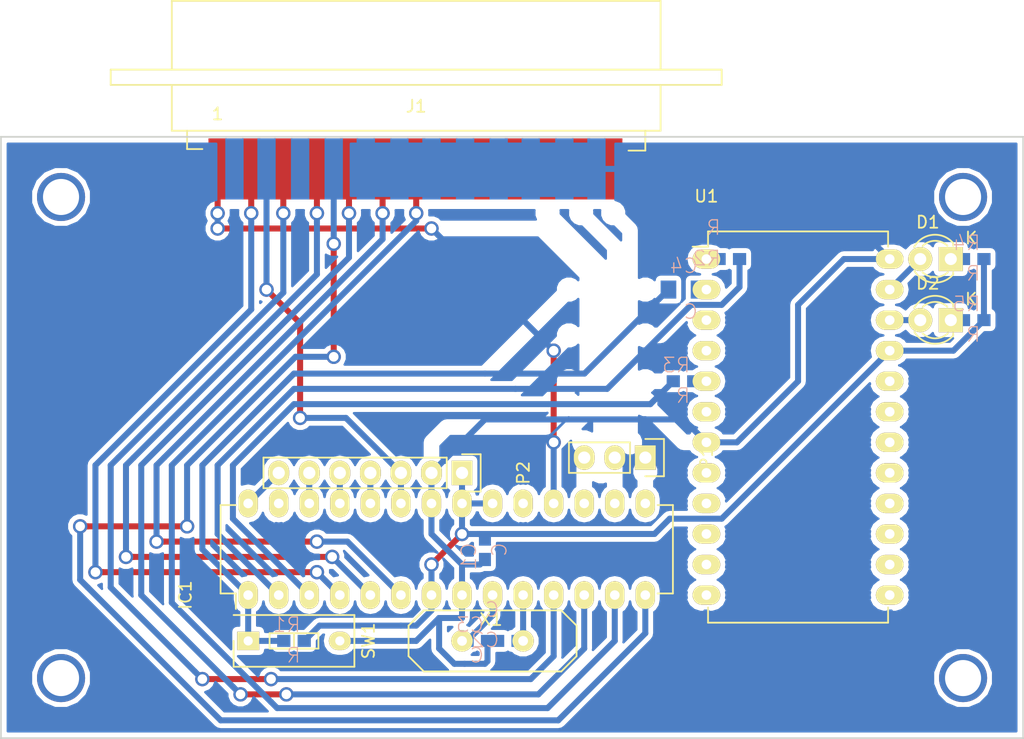
<source format=kicad_pcb>
(kicad_pcb (version 4) (host pcbnew 4.0.2-stable)

  (general
    (links 57)
    (no_connects 3)
    (area 14.924999 -0.075001 100.075001 50.075001)
    (thickness 1.6)
    (drawings 4)
    (tracks 209)
    (zones 0)
    (modules 18)
    (nets 31)
  )

  (page A4)
  (layers
    (0 F.Cu signal)
    (31 B.Cu signal)
    (32 B.Adhes user)
    (33 F.Adhes user)
    (34 B.Paste user)
    (35 F.Paste user)
    (36 B.SilkS user)
    (37 F.SilkS user)
    (38 B.Mask user)
    (39 F.Mask user)
    (40 Dwgs.User user)
    (41 Cmts.User user)
    (42 Eco1.User user)
    (43 Eco2.User user)
    (44 Edge.Cuts user)
    (45 Margin user)
    (46 B.CrtYd user)
    (47 F.CrtYd user)
    (48 B.Fab user)
    (49 F.Fab user)
  )

  (setup
    (last_trace_width 0.5)
    (user_trace_width 0.5)
    (user_trace_width 1)
    (trace_clearance 0.2)
    (zone_clearance 0.4)
    (zone_45_only no)
    (trace_min 0.2)
    (segment_width 0.2)
    (edge_width 0.15)
    (via_size 0.6)
    (via_drill 0.4)
    (via_min_size 0.4)
    (via_min_drill 0.3)
    (user_via 1.2 0.8)
    (user_via 4 3)
    (uvia_size 0.3)
    (uvia_drill 0.1)
    (uvias_allowed no)
    (uvia_min_size 0.2)
    (uvia_min_drill 0.1)
    (pcb_text_width 0.3)
    (pcb_text_size 1.5 1.5)
    (mod_edge_width 0.15)
    (mod_text_size 1 1)
    (mod_text_width 0.15)
    (pad_size 1.524 1.524)
    (pad_drill 0.762)
    (pad_to_mask_clearance 0.2)
    (aux_axis_origin 0 0)
    (visible_elements 7FFFFFFF)
    (pcbplotparams
      (layerselection 0x01000_80000000)
      (usegerberextensions false)
      (excludeedgelayer true)
      (linewidth 0.100000)
      (plotframeref false)
      (viasonmask false)
      (mode 1)
      (useauxorigin false)
      (hpglpennumber 1)
      (hpglpenspeed 20)
      (hpglpendiameter 15)
      (hpglpenoverlay 2)
      (psnegative false)
      (psa4output false)
      (plotreference true)
      (plotvalue true)
      (plotinvisibletext false)
      (padsonsilk false)
      (subtractmaskfromsilk false)
      (outputformat 1)
      (mirror false)
      (drillshape 0)
      (scaleselection 1)
      (outputdirectory ""))
  )

  (net 0 "")
  (net 1 +5V)
  (net 2 GND)
  (net 3 "Net-(C2-Pad2)")
  (net 4 "Net-(C3-Pad2)")
  (net 5 /Probe)
  (net 6 /Arduino_RX)
  (net 7 /Arduino_TX)
  (net 8 /X_Step)
  (net 9 /Y_Step)
  (net 10 /Z_Step)
  (net 11 /X_Dir)
  (net 12 /Y_Dir)
  (net 13 /Z_Dir)
  (net 14 /Stepper_~EN)
  (net 15 /Limit_X)
  (net 16 /Limit_Y)
  (net 17 /Limit_Z)
  (net 18 /Spindle_EN)
  (net 19 /Reset/Abort)
  (net 20 /Feed_Hold)
  (net 21 /Cycle_Stat)
  (net 22 /Coolant_EN)
  (net 23 "Net-(C4-Pad1)")
  (net 24 /Arduino_RESET)
  (net 25 "Net-(D1-Pad1)")
  (net 26 "Net-(D1-Pad2)")
  (net 27 "Net-(D2-Pad1)")
  (net 28 "Net-(D2-Pad2)")
  (net 29 "Net-(R2-Pad1)")
  (net 30 "Net-(R3-Pad1)")

  (net_class Default "これは標準のネット クラスです。"
    (clearance 0.2)
    (trace_width 0.25)
    (via_dia 0.6)
    (via_drill 0.4)
    (uvia_dia 0.3)
    (uvia_drill 0.1)
    (add_net +5V)
    (add_net /Arduino_RESET)
    (add_net /Arduino_RX)
    (add_net /Arduino_TX)
    (add_net /Coolant_EN)
    (add_net /Cycle_Stat)
    (add_net /Feed_Hold)
    (add_net /Limit_X)
    (add_net /Limit_Y)
    (add_net /Limit_Z)
    (add_net /Probe)
    (add_net /Reset/Abort)
    (add_net /Spindle_EN)
    (add_net /Stepper_~EN)
    (add_net /X_Dir)
    (add_net /X_Step)
    (add_net /Y_Dir)
    (add_net /Y_Step)
    (add_net /Z_Dir)
    (add_net /Z_Step)
    (add_net GND)
    (add_net "Net-(C2-Pad2)")
    (add_net "Net-(C3-Pad2)")
    (add_net "Net-(C4-Pad1)")
    (add_net "Net-(D1-Pad1)")
    (add_net "Net-(D1-Pad2)")
    (add_net "Net-(D2-Pad1)")
    (add_net "Net-(D2-Pad2)")
    (add_net "Net-(R2-Pad1)")
    (add_net "Net-(R3-Pad1)")
  )

  (module RP_KiCAD_Libs:C1608 (layer B.Cu) (tedit 0) (tstamp 57977A7D)
    (at 55.245 34.29 270)
    (descr <b>CAPACITOR</b>)
    (path /5796B62B)
    (fp_text reference C1 (at -0.635 0.635 270) (layer B.SilkS)
      (effects (font (size 1.2065 1.2065) (thickness 0.1016)) (justify left bottom mirror))
    )
    (fp_text value C (at -0.635 -1.905 270) (layer B.SilkS)
      (effects (font (size 1.2065 1.2065) (thickness 0.1016)) (justify left bottom mirror))
    )
    (fp_line (start -0.356 0.432) (end 0.356 0.432) (layer Dwgs.User) (width 0.1016))
    (fp_line (start -0.356 -0.419) (end 0.356 -0.419) (layer Dwgs.User) (width 0.1016))
    (fp_poly (pts (xy -0.8382 -0.4699) (xy -0.3381 -0.4699) (xy -0.3381 0.4801) (xy -0.8382 0.4801)) (layer Dwgs.User) (width 0))
    (fp_poly (pts (xy 0.3302 -0.4699) (xy 0.8303 -0.4699) (xy 0.8303 0.4801) (xy 0.3302 0.4801)) (layer Dwgs.User) (width 0))
    (fp_poly (pts (xy -0.1999 -0.3) (xy 0.1999 -0.3) (xy 0.1999 0.3) (xy -0.1999 0.3)) (layer B.Adhes) (width 0))
    (pad 1 smd rect (at -0.85 0 270) (size 1.1 1) (layers B.Cu B.Paste B.Mask)
      (net 1 +5V))
    (pad 2 smd rect (at 0.85 0 270) (size 1.1 1) (layers B.Cu B.Paste B.Mask)
      (net 2 GND))
    (model Resistors_SMD.3dshapes/R_0603.wrl
      (at (xyz 0 0 0))
      (scale (xyz 1 1 1))
      (rotate (xyz 0 0 0))
    )
  )

  (module RP_KiCAD_Libs:C1608 (layer B.Cu) (tedit 0) (tstamp 57977A83)
    (at 57.15 41.91)
    (descr <b>CAPACITOR</b>)
    (path /5796B5EE)
    (fp_text reference C2 (at -0.635 0.635) (layer B.SilkS)
      (effects (font (size 1.2065 1.2065) (thickness 0.1016)) (justify left bottom mirror))
    )
    (fp_text value C (at -0.635 -1.905) (layer B.SilkS)
      (effects (font (size 1.2065 1.2065) (thickness 0.1016)) (justify left bottom mirror))
    )
    (fp_line (start -0.356 0.432) (end 0.356 0.432) (layer Dwgs.User) (width 0.1016))
    (fp_line (start -0.356 -0.419) (end 0.356 -0.419) (layer Dwgs.User) (width 0.1016))
    (fp_poly (pts (xy -0.8382 -0.4699) (xy -0.3381 -0.4699) (xy -0.3381 0.4801) (xy -0.8382 0.4801)) (layer Dwgs.User) (width 0))
    (fp_poly (pts (xy 0.3302 -0.4699) (xy 0.8303 -0.4699) (xy 0.8303 0.4801) (xy 0.3302 0.4801)) (layer Dwgs.User) (width 0))
    (fp_poly (pts (xy -0.1999 -0.3) (xy 0.1999 -0.3) (xy 0.1999 0.3) (xy -0.1999 0.3)) (layer B.Adhes) (width 0))
    (pad 1 smd rect (at -0.85 0) (size 1.1 1) (layers B.Cu B.Paste B.Mask)
      (net 2 GND))
    (pad 2 smd rect (at 0.85 0) (size 1.1 1) (layers B.Cu B.Paste B.Mask)
      (net 3 "Net-(C2-Pad2)"))
    (model Resistors_SMD.3dshapes/R_0603.wrl
      (at (xyz 0 0 0))
      (scale (xyz 1 1 1))
      (rotate (xyz 0 0 0))
    )
  )

  (module RP_KiCAD_Libs:C1608 (layer B.Cu) (tedit 0) (tstamp 57977A89)
    (at 54.61 41.91 180)
    (descr <b>CAPACITOR</b>)
    (path /5796B54D)
    (fp_text reference C3 (at -0.635 0.635 180) (layer B.SilkS)
      (effects (font (size 1.2065 1.2065) (thickness 0.1016)) (justify left bottom mirror))
    )
    (fp_text value C (at -0.635 -1.905 180) (layer B.SilkS)
      (effects (font (size 1.2065 1.2065) (thickness 0.1016)) (justify left bottom mirror))
    )
    (fp_line (start -0.356 0.432) (end 0.356 0.432) (layer Dwgs.User) (width 0.1016))
    (fp_line (start -0.356 -0.419) (end 0.356 -0.419) (layer Dwgs.User) (width 0.1016))
    (fp_poly (pts (xy -0.8382 -0.4699) (xy -0.3381 -0.4699) (xy -0.3381 0.4801) (xy -0.8382 0.4801)) (layer Dwgs.User) (width 0))
    (fp_poly (pts (xy 0.3302 -0.4699) (xy 0.8303 -0.4699) (xy 0.8303 0.4801) (xy 0.3302 0.4801)) (layer Dwgs.User) (width 0))
    (fp_poly (pts (xy -0.1999 -0.3) (xy 0.1999 -0.3) (xy 0.1999 0.3) (xy -0.1999 0.3)) (layer B.Adhes) (width 0))
    (pad 1 smd rect (at -0.85 0 180) (size 1.1 1) (layers B.Cu B.Paste B.Mask)
      (net 2 GND))
    (pad 2 smd rect (at 0.85 0 180) (size 1.1 1) (layers B.Cu B.Paste B.Mask)
      (net 4 "Net-(C3-Pad2)"))
    (model Resistors_SMD.3dshapes/R_0603.wrl
      (at (xyz 0 0 0))
      (scale (xyz 1 1 1))
      (rotate (xyz 0 0 0))
    )
  )

  (module Housings_DIP:DIP-28_W7.62mm_LongPads (layer F.Cu) (tedit 54130A77) (tstamp 57977AB0)
    (at 35.56 38.1 90)
    (descr "28-lead dip package, row spacing 7.62 mm (300 mils), longer pads")
    (tags "dil dip 2.54 300")
    (path /5796B435)
    (fp_text reference IC1 (at 0 -5.22 90) (layer F.SilkS)
      (effects (font (size 1 1) (thickness 0.15)))
    )
    (fp_text value ATMEGA328-P (at 0 -3.72 90) (layer F.Fab)
      (effects (font (size 1 1) (thickness 0.15)))
    )
    (fp_line (start -1.4 -2.45) (end -1.4 35.5) (layer F.CrtYd) (width 0.05))
    (fp_line (start 9 -2.45) (end 9 35.5) (layer F.CrtYd) (width 0.05))
    (fp_line (start -1.4 -2.45) (end 9 -2.45) (layer F.CrtYd) (width 0.05))
    (fp_line (start -1.4 35.5) (end 9 35.5) (layer F.CrtYd) (width 0.05))
    (fp_line (start 0.135 -2.295) (end 0.135 -1.025) (layer F.SilkS) (width 0.15))
    (fp_line (start 7.485 -2.295) (end 7.485 -1.025) (layer F.SilkS) (width 0.15))
    (fp_line (start 7.485 35.315) (end 7.485 34.045) (layer F.SilkS) (width 0.15))
    (fp_line (start 0.135 35.315) (end 0.135 34.045) (layer F.SilkS) (width 0.15))
    (fp_line (start 0.135 -2.295) (end 7.485 -2.295) (layer F.SilkS) (width 0.15))
    (fp_line (start 0.135 35.315) (end 7.485 35.315) (layer F.SilkS) (width 0.15))
    (fp_line (start 0.135 -1.025) (end -1.15 -1.025) (layer F.SilkS) (width 0.15))
    (pad 1 thru_hole oval (at 0 0 90) (size 2.3 1.6) (drill 0.8) (layers *.Cu *.Mask F.SilkS)
      (net 24 /Arduino_RESET))
    (pad 2 thru_hole oval (at 0 2.54 90) (size 2.3 1.6) (drill 0.8) (layers *.Cu *.Mask F.SilkS)
      (net 6 /Arduino_RX))
    (pad 3 thru_hole oval (at 0 5.08 90) (size 2.3 1.6) (drill 0.8) (layers *.Cu *.Mask F.SilkS)
      (net 7 /Arduino_TX))
    (pad 4 thru_hole oval (at 0 7.62 90) (size 2.3 1.6) (drill 0.8) (layers *.Cu *.Mask F.SilkS)
      (net 8 /X_Step))
    (pad 5 thru_hole oval (at 0 10.16 90) (size 2.3 1.6) (drill 0.8) (layers *.Cu *.Mask F.SilkS)
      (net 9 /Y_Step))
    (pad 6 thru_hole oval (at 0 12.7 90) (size 2.3 1.6) (drill 0.8) (layers *.Cu *.Mask F.SilkS)
      (net 10 /Z_Step))
    (pad 7 thru_hole oval (at 0 15.24 90) (size 2.3 1.6) (drill 0.8) (layers *.Cu *.Mask F.SilkS)
      (net 1 +5V))
    (pad 8 thru_hole oval (at 0 17.78 90) (size 2.3 1.6) (drill 0.8) (layers *.Cu *.Mask F.SilkS)
      (net 2 GND))
    (pad 9 thru_hole oval (at 0 20.32 90) (size 2.3 1.6) (drill 0.8) (layers *.Cu *.Mask F.SilkS)
      (net 4 "Net-(C3-Pad2)"))
    (pad 10 thru_hole oval (at 0 22.86 90) (size 2.3 1.6) (drill 0.8) (layers *.Cu *.Mask F.SilkS)
      (net 3 "Net-(C2-Pad2)"))
    (pad 11 thru_hole oval (at 0 25.4 90) (size 2.3 1.6) (drill 0.8) (layers *.Cu *.Mask F.SilkS)
      (net 11 /X_Dir))
    (pad 12 thru_hole oval (at 0 27.94 90) (size 2.3 1.6) (drill 0.8) (layers *.Cu *.Mask F.SilkS)
      (net 12 /Y_Dir))
    (pad 13 thru_hole oval (at 0 30.48 90) (size 2.3 1.6) (drill 0.8) (layers *.Cu *.Mask F.SilkS)
      (net 13 /Z_Dir))
    (pad 14 thru_hole oval (at 0 33.02 90) (size 2.3 1.6) (drill 0.8) (layers *.Cu *.Mask F.SilkS)
      (net 14 /Stepper_~EN))
    (pad 15 thru_hole oval (at 7.62 33.02 90) (size 2.3 1.6) (drill 0.8) (layers *.Cu *.Mask F.SilkS)
      (net 15 /Limit_X))
    (pad 16 thru_hole oval (at 7.62 30.48 90) (size 2.3 1.6) (drill 0.8) (layers *.Cu *.Mask F.SilkS)
      (net 16 /Limit_Y))
    (pad 17 thru_hole oval (at 7.62 27.94 90) (size 2.3 1.6) (drill 0.8) (layers *.Cu *.Mask F.SilkS)
      (net 17 /Limit_Z))
    (pad 18 thru_hole oval (at 7.62 25.4 90) (size 2.3 1.6) (drill 0.8) (layers *.Cu *.Mask F.SilkS)
      (net 18 /Spindle_EN))
    (pad 19 thru_hole oval (at 7.62 22.86 90) (size 2.3 1.6) (drill 0.8) (layers *.Cu *.Mask F.SilkS))
    (pad 20 thru_hole oval (at 7.62 20.32 90) (size 2.3 1.6) (drill 0.8) (layers *.Cu *.Mask F.SilkS)
      (net 1 +5V))
    (pad 21 thru_hole oval (at 7.62 17.78 90) (size 2.3 1.6) (drill 0.8) (layers *.Cu *.Mask F.SilkS)
      (net 1 +5V))
    (pad 22 thru_hole oval (at 7.62 15.24 90) (size 2.3 1.6) (drill 0.8) (layers *.Cu *.Mask F.SilkS)
      (net 2 GND))
    (pad 23 thru_hole oval (at 7.62 12.7 90) (size 2.3 1.6) (drill 0.8) (layers *.Cu *.Mask F.SilkS)
      (net 19 /Reset/Abort))
    (pad 24 thru_hole oval (at 7.62 10.16 90) (size 2.3 1.6) (drill 0.8) (layers *.Cu *.Mask F.SilkS)
      (net 20 /Feed_Hold))
    (pad 25 thru_hole oval (at 7.62 7.62 90) (size 2.3 1.6) (drill 0.8) (layers *.Cu *.Mask F.SilkS)
      (net 21 /Cycle_Stat))
    (pad 26 thru_hole oval (at 7.62 5.08 90) (size 2.3 1.6) (drill 0.8) (layers *.Cu *.Mask F.SilkS)
      (net 22 /Coolant_EN))
    (pad 27 thru_hole oval (at 7.62 2.54 90) (size 2.3 1.6) (drill 0.8) (layers *.Cu *.Mask F.SilkS))
    (pad 28 thru_hole oval (at 7.62 0 90) (size 2.3 1.6) (drill 0.8) (layers *.Cu *.Mask F.SilkS)
      (net 5 /Probe))
    (model Housings_DIP.3dshapes/DIP-28_W7.62mm_LongPads.wrl
      (at (xyz 0 0 0))
      (scale (xyz 1 1 1))
      (rotate (xyz 0 0 0))
    )
  )

  (module Connect:DB25F_CI (layer F.Cu) (tedit 0) (tstamp 57977ACD)
    (at 49.53 0)
    (descr "Connecteur DB25 femelle encarte")
    (tags "CONN DB25")
    (path /5796B45F)
    (fp_text reference J1 (at 0 -2.54 180) (layer F.SilkS)
      (effects (font (size 1 1) (thickness 0.15)))
    )
    (fp_text value DB25 (at 0 -8.89 180) (layer F.Fab)
      (effects (font (size 1 1) (thickness 0.15)))
    )
    (fp_line (start 19.05 -0.508) (end 19.05 1.143) (layer F.SilkS) (width 0.15))
    (fp_line (start 19.05 1.143) (end 17.653 1.143) (layer F.SilkS) (width 0.15))
    (fp_line (start -19.05 -0.508) (end -19.05 1.016) (layer F.SilkS) (width 0.15))
    (fp_line (start -19.05 1.016) (end -17.78 1.016) (layer F.SilkS) (width 0.15))
    (fp_line (start 20.32 -0.508) (end -20.32 -0.508) (layer F.SilkS) (width 0.15))
    (fp_text user 1 (at -16.51 -1.905 180) (layer F.SilkS)
      (effects (font (size 1 1) (thickness 0.15)))
    )
    (fp_line (start -20.32 -0.508) (end -20.32 -4.318) (layer F.SilkS) (width 0.15))
    (fp_line (start -20.32 -4.318) (end 20.32 -4.318) (layer F.SilkS) (width 0.15))
    (fp_line (start 20.32 -4.318) (end 20.32 -0.508) (layer F.SilkS) (width 0.15))
    (fp_line (start -20.32 -4.318) (end -25.4 -4.318) (layer F.SilkS) (width 0.15))
    (fp_line (start -25.4 -4.318) (end -25.4 -5.588) (layer F.SilkS) (width 0.15))
    (fp_line (start -25.4 -5.588) (end 25.4 -5.588) (layer F.SilkS) (width 0.15))
    (fp_line (start 25.4 -5.588) (end 25.4 -4.318) (layer F.SilkS) (width 0.15))
    (fp_line (start 25.4 -4.318) (end 20.32 -4.318) (layer F.SilkS) (width 0.15))
    (fp_line (start -20.32 -5.588) (end -20.32 -11.303) (layer F.SilkS) (width 0.15))
    (fp_line (start -20.32 -11.303) (end 20.32 -11.303) (layer F.SilkS) (width 0.15))
    (fp_line (start 20.32 -11.303) (end 20.32 -5.588) (layer F.SilkS) (width 0.15))
    (pad 1 connect rect (at -16.51 2.667 90) (size 5.08 1.524) (layers F.Cu F.Mask)
      (net 18 /Spindle_EN))
    (pad 2 connect rect (at -13.716 2.667 90) (size 5.08 1.524) (layers F.Cu F.Mask)
      (net 8 /X_Step))
    (pad 3 connect rect (at -11.049 2.667 90) (size 5.08 1.524) (layers F.Cu F.Mask)
      (net 11 /X_Dir))
    (pad 4 connect rect (at -8.255 2.667 90) (size 5.08 1.524) (layers F.Cu F.Mask)
      (net 9 /Y_Step))
    (pad 5 connect rect (at -5.588 2.667 90) (size 5.08 1.524) (layers F.Cu F.Mask)
      (net 12 /Y_Dir))
    (pad 6 connect rect (at -2.794 2.667 90) (size 5.08 1.524) (layers F.Cu F.Mask)
      (net 10 /Z_Step))
    (pad 7 connect rect (at 0 2.667 90) (size 5.08 1.524) (layers F.Cu F.Mask)
      (net 13 /Z_Dir))
    (pad 8 connect rect (at 2.667 2.667 90) (size 5.08 1.524) (layers F.Cu F.Mask))
    (pad 9 connect rect (at 5.461 2.667 90) (size 5.08 1.524) (layers F.Cu F.Mask))
    (pad 10 connect rect (at 8.128 2.667 90) (size 5.08 1.524) (layers F.Cu F.Mask))
    (pad 11 connect rect (at 10.922 2.667 90) (size 5.08 1.524) (layers F.Cu F.Mask))
    (pad 12 connect rect (at 13.716 2.667 90) (size 5.08 1.524) (layers F.Cu F.Mask))
    (pad 13 connect rect (at 16.383 2.667 90) (size 5.08 1.524) (layers F.Cu F.Mask))
    (pad 14 connect rect (at -15.113 2.667 90) (size 5.08 1.524) (layers B.Cu B.Mask))
    (pad 15 connect rect (at -12.446 2.667 90) (size 5.08 1.524) (layers B.Cu B.Mask)
      (net 19 /Reset/Abort))
    (pad 16 connect rect (at -9.652 2.667 90) (size 5.08 1.524) (layers B.Cu B.Mask))
    (pad 17 connect rect (at -6.858 2.667 90) (size 5.08 1.524) (layers B.Cu B.Mask)
      (net 14 /Stepper_~EN))
    (pad 18 connect rect (at -4.191 2.667 90) (size 5.08 1.524) (layers B.Cu B.Mask)
      (net 2 GND))
    (pad 19 connect rect (at -1.397 2.667 90) (size 5.08 1.524) (layers B.Cu B.Mask)
      (net 2 GND))
    (pad 20 connect rect (at 1.27 2.667 90) (size 5.08 1.524) (layers B.Cu B.Mask)
      (net 2 GND))
    (pad 21 connect rect (at 4.064 2.667 90) (size 5.08 1.524) (layers B.Cu B.Mask)
      (net 2 GND))
    (pad 22 connect rect (at 6.858 2.667 90) (size 5.08 1.524) (layers B.Cu B.Mask)
      (net 2 GND))
    (pad 23 connect rect (at 9.525 2.667 90) (size 5.08 1.524) (layers B.Cu B.Mask)
      (net 2 GND))
    (pad 24 connect rect (at 12.319 2.667 90) (size 5.08 1.524) (layers B.Cu B.Mask)
      (net 2 GND))
    (pad 25 connect rect (at 14.986 2.667 90) (size 5.08 1.524) (layers B.Cu B.Mask)
      (net 2 GND))
    (model Connect.3dshapes/DB25F_CI.wrl
      (at (xyz 0 0 -0.033))
      (scale (xyz 0.98 1 1))
      (rotate (xyz 90 180 0))
    )
  )

  (module RP_KiCAD_Libs:C1608 (layer B.Cu) (tedit 0) (tstamp 57977AD3)
    (at 39.37 41.91 180)
    (descr <b>CAPACITOR</b>)
    (path /57971781)
    (fp_text reference R1 (at -0.635 0.635 180) (layer B.SilkS)
      (effects (font (size 1.2065 1.2065) (thickness 0.1016)) (justify left bottom mirror))
    )
    (fp_text value R (at -0.635 -1.905 180) (layer B.SilkS)
      (effects (font (size 1.2065 1.2065) (thickness 0.1016)) (justify left bottom mirror))
    )
    (fp_line (start -0.356 0.432) (end 0.356 0.432) (layer Dwgs.User) (width 0.1016))
    (fp_line (start -0.356 -0.419) (end 0.356 -0.419) (layer Dwgs.User) (width 0.1016))
    (fp_poly (pts (xy -0.8382 -0.4699) (xy -0.3381 -0.4699) (xy -0.3381 0.4801) (xy -0.8382 0.4801)) (layer Dwgs.User) (width 0))
    (fp_poly (pts (xy 0.3302 -0.4699) (xy 0.8303 -0.4699) (xy 0.8303 0.4801) (xy 0.3302 0.4801)) (layer Dwgs.User) (width 0))
    (fp_poly (pts (xy -0.1999 -0.3) (xy 0.1999 -0.3) (xy 0.1999 0.3) (xy -0.1999 0.3)) (layer B.Adhes) (width 0))
    (pad 1 smd rect (at -0.85 0 180) (size 1.1 1) (layers B.Cu B.Paste B.Mask)
      (net 1 +5V))
    (pad 2 smd rect (at 0.85 0 180) (size 1.1 1) (layers B.Cu B.Paste B.Mask)
      (net 24 /Arduino_RESET))
    (model Resistors_SMD.3dshapes/R_0603.wrl
      (at (xyz 0 0 0))
      (scale (xyz 1 1 1))
      (rotate (xyz 0 0 0))
    )
  )

  (module Crystals:HC-18UV (layer F.Cu) (tedit 0) (tstamp 5797850A)
    (at 55.88 41.91)
    (descr "Quartz boitier HC-18U vertical")
    (tags "QUARTZ DEV")
    (path /5796B4D6)
    (fp_text reference X1 (at -0.127 -1.778) (layer F.SilkS)
      (effects (font (size 1 1) (thickness 0.15)))
    )
    (fp_text value CRYSTAL (at 0 1.651) (layer F.Fab)
      (effects (font (size 1 1) (thickness 0.15)))
    )
    (fp_line (start -6.985 -1.27) (end -5.715 -2.54) (layer F.SilkS) (width 0.15))
    (fp_line (start 5.715 -2.54) (end 6.985 -1.27) (layer F.SilkS) (width 0.15))
    (fp_line (start 6.985 1.27) (end 5.715 2.54) (layer F.SilkS) (width 0.15))
    (fp_line (start -6.985 1.27) (end -5.715 2.54) (layer F.SilkS) (width 0.15))
    (fp_line (start -5.715 -2.54) (end 5.715 -2.54) (layer F.SilkS) (width 0.15))
    (fp_line (start -6.985 -1.27) (end -6.985 1.27) (layer F.SilkS) (width 0.15))
    (fp_line (start -5.715 2.54) (end 5.715 2.54) (layer F.SilkS) (width 0.15))
    (fp_line (start 6.985 1.27) (end 6.985 -1.27) (layer F.SilkS) (width 0.15))
    (pad 1 thru_hole circle (at -2.54 0) (size 1.778 1.778) (drill 0.8128) (layers *.Cu *.Mask F.SilkS)
      (net 4 "Net-(C3-Pad2)"))
    (pad 2 thru_hole circle (at 2.54 0) (size 1.778 1.778) (drill 0.8128) (layers *.Cu *.Mask F.SilkS)
      (net 3 "Net-(C2-Pad2)"))
    (model Crystals.3dshapes/HC-18UV.wrl
      (at (xyz 0 0 0))
      (scale (xyz 1 1 1))
      (rotate (xyz 0 0 0))
    )
    (model Crystals.3dshapes/HC-18UV.wrl
      (at (xyz 0 0 0))
      (scale (xyz 1 1 1))
      (rotate (xyz 0 0 0))
    )
  )

  (module Buttons_Switches_ThroughHole:SW_DIP_x1_Slide (layer F.Cu) (tedit 54C4BC96) (tstamp 57978850)
    (at 35.56 41.91 270)
    (descr "CTS Electrocomponents, Series 206/208")
    (path /579769FA)
    (fp_text reference SW1 (at 0 -10 270) (layer F.SilkS)
      (effects (font (size 1 1) (thickness 0.15)))
    )
    (fp_text value SW_PUSH_SMALL (at 0.5 2.4 270) (layer F.Fab)
      (effects (font (size 1 1) (thickness 0.15)))
    )
    (fp_line (start 2.5 1.55) (end -2.5 1.55) (layer F.CrtYd) (width 0.05))
    (fp_line (start -2.5 1.55) (end -2.5 -9.15) (layer F.CrtYd) (width 0.05))
    (fp_line (start -2.5 -9.15) (end 2.5 -9.15) (layer F.CrtYd) (width 0.05))
    (fp_line (start 2.5 -9.15) (end 2.5 1.55) (layer F.CrtYd) (width 0.05))
    (fp_line (start -2.15 -8.83) (end 2.15 -8.83) (layer F.SilkS) (width 0.15))
    (fp_line (start 0 1.21) (end 2.15 1.21) (layer F.SilkS) (width 0.15))
    (fp_line (start -2.15 -8.83) (end -2.15 1.21) (layer F.SilkS) (width 0.15))
    (fp_line (start 2.15 -8.83) (end 2.15 1.21) (layer F.SilkS) (width 0.15))
    (fp_line (start -0.64 -3.81) (end 0.64 -3.81) (layer F.SilkS) (width 0.15))
    (fp_line (start -0.64 -5.84) (end -0.64 -1.78) (layer F.SilkS) (width 0.15))
    (fp_line (start -0.64 -1.78) (end 0.64 -1.78) (layer F.SilkS) (width 0.15))
    (fp_line (start 0.64 -1.78) (end 0.64 -5.84) (layer F.SilkS) (width 0.15))
    (fp_line (start 0.64 -5.84) (end -0.64 -5.84) (layer F.SilkS) (width 0.15))
    (pad 1 thru_hole rect (at 0 0 270) (size 1.524 1.824) (drill 0.762) (layers *.Cu *.Mask F.SilkS)
      (net 24 /Arduino_RESET))
    (pad 2 thru_hole oval (at 0 -7.62 270) (size 1.524 1.824) (drill 0.762) (layers *.Cu *.Mask F.SilkS)
      (net 2 GND))
    (model Buttons_Switches_ThroughHole.3dshapes/SW_DIP_x1_Slide.wrl
      (at (xyz 0 0 0))
      (scale (xyz 1 1 1))
      (rotate (xyz 0 0 0))
    )
  )

  (module LEDs:LED-3MM (layer F.Cu) (tedit 559B82F6) (tstamp 5798B4A1)
    (at 93.98 10.16 180)
    (descr "LED 3mm round vertical")
    (tags "LED  3mm round vertical")
    (path /5798CD91)
    (fp_text reference D1 (at 1.91 3.06 180) (layer F.SilkS)
      (effects (font (size 1 1) (thickness 0.15)))
    )
    (fp_text value LED (at 1.3 -2.9 180) (layer F.Fab)
      (effects (font (size 1 1) (thickness 0.15)))
    )
    (fp_line (start -1.2 2.3) (end 3.8 2.3) (layer F.CrtYd) (width 0.05))
    (fp_line (start 3.8 2.3) (end 3.8 -2.2) (layer F.CrtYd) (width 0.05))
    (fp_line (start 3.8 -2.2) (end -1.2 -2.2) (layer F.CrtYd) (width 0.05))
    (fp_line (start -1.2 -2.2) (end -1.2 2.3) (layer F.CrtYd) (width 0.05))
    (fp_line (start -0.199 1.314) (end -0.199 1.114) (layer F.SilkS) (width 0.15))
    (fp_line (start -0.199 -1.28) (end -0.199 -1.1) (layer F.SilkS) (width 0.15))
    (fp_arc (start 1.301 0.034) (end -0.199 -1.286) (angle 108.5) (layer F.SilkS) (width 0.15))
    (fp_arc (start 1.301 0.034) (end 0.25 -1.1) (angle 85.7) (layer F.SilkS) (width 0.15))
    (fp_arc (start 1.311 0.034) (end 3.051 0.994) (angle 110) (layer F.SilkS) (width 0.15))
    (fp_arc (start 1.301 0.034) (end 2.335 1.094) (angle 87.5) (layer F.SilkS) (width 0.15))
    (fp_text user K (at -1.69 1.74 180) (layer F.SilkS)
      (effects (font (size 1 1) (thickness 0.15)))
    )
    (pad 1 thru_hole rect (at 0 0 270) (size 2 2) (drill 1.00076) (layers *.Cu *.Mask F.SilkS)
      (net 25 "Net-(D1-Pad1)"))
    (pad 2 thru_hole circle (at 2.54 0 180) (size 2 2) (drill 1.00076) (layers *.Cu *.Mask F.SilkS)
      (net 26 "Net-(D1-Pad2)"))
    (model LEDs.3dshapes/LED-3MM.wrl
      (at (xyz 0.05 0 0))
      (scale (xyz 1 1 1))
      (rotate (xyz 0 0 90))
    )
  )

  (module LEDs:LED-3MM (layer F.Cu) (tedit 559B82F6) (tstamp 5798B4A7)
    (at 93.98 15.24 180)
    (descr "LED 3mm round vertical")
    (tags "LED  3mm round vertical")
    (path /5798CE0C)
    (fp_text reference D2 (at 1.91 3.06 180) (layer F.SilkS)
      (effects (font (size 1 1) (thickness 0.15)))
    )
    (fp_text value LED (at 1.3 -2.9 180) (layer F.Fab)
      (effects (font (size 1 1) (thickness 0.15)))
    )
    (fp_line (start -1.2 2.3) (end 3.8 2.3) (layer F.CrtYd) (width 0.05))
    (fp_line (start 3.8 2.3) (end 3.8 -2.2) (layer F.CrtYd) (width 0.05))
    (fp_line (start 3.8 -2.2) (end -1.2 -2.2) (layer F.CrtYd) (width 0.05))
    (fp_line (start -1.2 -2.2) (end -1.2 2.3) (layer F.CrtYd) (width 0.05))
    (fp_line (start -0.199 1.314) (end -0.199 1.114) (layer F.SilkS) (width 0.15))
    (fp_line (start -0.199 -1.28) (end -0.199 -1.1) (layer F.SilkS) (width 0.15))
    (fp_arc (start 1.301 0.034) (end -0.199 -1.286) (angle 108.5) (layer F.SilkS) (width 0.15))
    (fp_arc (start 1.301 0.034) (end 0.25 -1.1) (angle 85.7) (layer F.SilkS) (width 0.15))
    (fp_arc (start 1.311 0.034) (end 3.051 0.994) (angle 110) (layer F.SilkS) (width 0.15))
    (fp_arc (start 1.301 0.034) (end 2.335 1.094) (angle 87.5) (layer F.SilkS) (width 0.15))
    (fp_text user K (at -1.69 1.74 180) (layer F.SilkS)
      (effects (font (size 1 1) (thickness 0.15)))
    )
    (pad 1 thru_hole rect (at 0 0 270) (size 2 2) (drill 1.00076) (layers *.Cu *.Mask F.SilkS)
      (net 27 "Net-(D2-Pad1)"))
    (pad 2 thru_hole circle (at 2.54 0 180) (size 2 2) (drill 1.00076) (layers *.Cu *.Mask F.SilkS)
      (net 28 "Net-(D2-Pad2)"))
    (model LEDs.3dshapes/LED-3MM.wrl
      (at (xyz 0.05 0 0))
      (scale (xyz 1 1 1))
      (rotate (xyz 0 0 90))
    )
  )

  (module RP_KiCAD_Libs:C1608 (layer B.Cu) (tedit 0) (tstamp 5798B4AD)
    (at 75.565 10.16)
    (descr <b>CAPACITOR</b>)
    (path /5798C1DF)
    (fp_text reference R2 (at -0.635 0.635) (layer B.SilkS)
      (effects (font (size 1.2065 1.2065) (thickness 0.1016)) (justify left bottom mirror))
    )
    (fp_text value R (at -0.635 -1.905) (layer B.SilkS)
      (effects (font (size 1.2065 1.2065) (thickness 0.1016)) (justify left bottom mirror))
    )
    (fp_line (start -0.356 0.432) (end 0.356 0.432) (layer Dwgs.User) (width 0.1016))
    (fp_line (start -0.356 -0.419) (end 0.356 -0.419) (layer Dwgs.User) (width 0.1016))
    (fp_poly (pts (xy -0.8382 -0.4699) (xy -0.3381 -0.4699) (xy -0.3381 0.4801) (xy -0.8382 0.4801)) (layer Dwgs.User) (width 0))
    (fp_poly (pts (xy 0.3302 -0.4699) (xy 0.8303 -0.4699) (xy 0.8303 0.4801) (xy 0.3302 0.4801)) (layer Dwgs.User) (width 0))
    (fp_poly (pts (xy -0.1999 -0.3) (xy 0.1999 -0.3) (xy 0.1999 0.3) (xy -0.1999 0.3)) (layer B.Adhes) (width 0))
    (pad 1 smd rect (at -0.85 0) (size 1.1 1) (layers B.Cu B.Paste B.Mask)
      (net 29 "Net-(R2-Pad1)"))
    (pad 2 smd rect (at 0.85 0) (size 1.1 1) (layers B.Cu B.Paste B.Mask)
      (net 6 /Arduino_RX))
    (model Resistors_SMD.3dshapes/R_0603.wrl
      (at (xyz 0 0 0))
      (scale (xyz 1 1 1))
      (rotate (xyz 0 0 0))
    )
  )

  (module RP_KiCAD_Libs:C1608 (layer B.Cu) (tedit 0) (tstamp 5798B4B3)
    (at 71.755 20.32 180)
    (descr <b>CAPACITOR</b>)
    (path /5798C228)
    (fp_text reference R3 (at -0.635 0.635 180) (layer B.SilkS)
      (effects (font (size 1.2065 1.2065) (thickness 0.1016)) (justify left bottom mirror))
    )
    (fp_text value R (at -0.635 -1.905 180) (layer B.SilkS)
      (effects (font (size 1.2065 1.2065) (thickness 0.1016)) (justify left bottom mirror))
    )
    (fp_line (start -0.356 0.432) (end 0.356 0.432) (layer Dwgs.User) (width 0.1016))
    (fp_line (start -0.356 -0.419) (end 0.356 -0.419) (layer Dwgs.User) (width 0.1016))
    (fp_poly (pts (xy -0.8382 -0.4699) (xy -0.3381 -0.4699) (xy -0.3381 0.4801) (xy -0.8382 0.4801)) (layer Dwgs.User) (width 0))
    (fp_poly (pts (xy 0.3302 -0.4699) (xy 0.8303 -0.4699) (xy 0.8303 0.4801) (xy 0.3302 0.4801)) (layer Dwgs.User) (width 0))
    (fp_poly (pts (xy -0.1999 -0.3) (xy 0.1999 -0.3) (xy 0.1999 0.3) (xy -0.1999 0.3)) (layer B.Adhes) (width 0))
    (pad 1 smd rect (at -0.85 0 180) (size 1.1 1) (layers B.Cu B.Paste B.Mask)
      (net 30 "Net-(R3-Pad1)"))
    (pad 2 smd rect (at 0.85 0 180) (size 1.1 1) (layers B.Cu B.Paste B.Mask)
      (net 7 /Arduino_TX))
    (model Resistors_SMD.3dshapes/R_0603.wrl
      (at (xyz 0 0 0))
      (scale (xyz 1 1 1))
      (rotate (xyz 0 0 0))
    )
  )

  (module RP_KiCAD_Libs:C1608 (layer B.Cu) (tedit 0) (tstamp 5798B4B9)
    (at 95.885 10.16 180)
    (descr <b>CAPACITOR</b>)
    (path /5798CE49)
    (fp_text reference R4 (at -0.635 0.635 180) (layer B.SilkS)
      (effects (font (size 1.2065 1.2065) (thickness 0.1016)) (justify left bottom mirror))
    )
    (fp_text value R (at -0.635 -1.905 180) (layer B.SilkS)
      (effects (font (size 1.2065 1.2065) (thickness 0.1016)) (justify left bottom mirror))
    )
    (fp_line (start -0.356 0.432) (end 0.356 0.432) (layer Dwgs.User) (width 0.1016))
    (fp_line (start -0.356 -0.419) (end 0.356 -0.419) (layer Dwgs.User) (width 0.1016))
    (fp_poly (pts (xy -0.8382 -0.4699) (xy -0.3381 -0.4699) (xy -0.3381 0.4801) (xy -0.8382 0.4801)) (layer Dwgs.User) (width 0))
    (fp_poly (pts (xy 0.3302 -0.4699) (xy 0.8303 -0.4699) (xy 0.8303 0.4801) (xy 0.3302 0.4801)) (layer Dwgs.User) (width 0))
    (fp_poly (pts (xy -0.1999 -0.3) (xy 0.1999 -0.3) (xy 0.1999 0.3) (xy -0.1999 0.3)) (layer B.Adhes) (width 0))
    (pad 1 smd rect (at -0.85 0 180) (size 1.1 1) (layers B.Cu B.Paste B.Mask)
      (net 1 +5V))
    (pad 2 smd rect (at 0.85 0 180) (size 1.1 1) (layers B.Cu B.Paste B.Mask)
      (net 25 "Net-(D1-Pad1)"))
    (model Resistors_SMD.3dshapes/R_0603.wrl
      (at (xyz 0 0 0))
      (scale (xyz 1 1 1))
      (rotate (xyz 0 0 0))
    )
  )

  (module RP_KiCAD_Libs:C1608 (layer B.Cu) (tedit 0) (tstamp 5798B4BF)
    (at 95.885 15.24 180)
    (descr <b>CAPACITOR</b>)
    (path /5798CEC9)
    (fp_text reference R5 (at -0.635 0.635 180) (layer B.SilkS)
      (effects (font (size 1.2065 1.2065) (thickness 0.1016)) (justify left bottom mirror))
    )
    (fp_text value R (at -0.635 -1.905 180) (layer B.SilkS)
      (effects (font (size 1.2065 1.2065) (thickness 0.1016)) (justify left bottom mirror))
    )
    (fp_line (start -0.356 0.432) (end 0.356 0.432) (layer Dwgs.User) (width 0.1016))
    (fp_line (start -0.356 -0.419) (end 0.356 -0.419) (layer Dwgs.User) (width 0.1016))
    (fp_poly (pts (xy -0.8382 -0.4699) (xy -0.3381 -0.4699) (xy -0.3381 0.4801) (xy -0.8382 0.4801)) (layer Dwgs.User) (width 0))
    (fp_poly (pts (xy 0.3302 -0.4699) (xy 0.8303 -0.4699) (xy 0.8303 0.4801) (xy 0.3302 0.4801)) (layer Dwgs.User) (width 0))
    (fp_poly (pts (xy -0.1999 -0.3) (xy 0.1999 -0.3) (xy 0.1999 0.3) (xy -0.1999 0.3)) (layer B.Adhes) (width 0))
    (pad 1 smd rect (at -0.85 0 180) (size 1.1 1) (layers B.Cu B.Paste B.Mask)
      (net 1 +5V))
    (pad 2 smd rect (at 0.85 0 180) (size 1.1 1) (layers B.Cu B.Paste B.Mask)
      (net 27 "Net-(D2-Pad1)"))
    (model Resistors_SMD.3dshapes/R_0603.wrl
      (at (xyz 0 0 0))
      (scale (xyz 1 1 1))
      (rotate (xyz 0 0 0))
    )
  )

  (module Housings_DIP:DIP-24_W15.24mm_LongPads (layer F.Cu) (tedit 54130A77) (tstamp 5798B4DB)
    (at 73.66 10.16)
    (descr "24-lead dip package, row spacing 15.24 mm (600 mils), longer pads")
    (tags "dil dip 2.54 600")
    (path /5798B52A)
    (fp_text reference U1 (at 0 -5.22) (layer F.SilkS)
      (effects (font (size 1 1) (thickness 0.15)))
    )
    (fp_text value AE-UM232R (at 0 -3.72) (layer F.Fab)
      (effects (font (size 1 1) (thickness 0.15)))
    )
    (fp_line (start -1.4 -2.45) (end -1.4 30.4) (layer F.CrtYd) (width 0.05))
    (fp_line (start 16.65 -2.45) (end 16.65 30.4) (layer F.CrtYd) (width 0.05))
    (fp_line (start -1.4 -2.45) (end 16.65 -2.45) (layer F.CrtYd) (width 0.05))
    (fp_line (start -1.4 30.4) (end 16.65 30.4) (layer F.CrtYd) (width 0.05))
    (fp_line (start 0.135 -2.295) (end 0.135 -1.025) (layer F.SilkS) (width 0.15))
    (fp_line (start 15.105 -2.295) (end 15.105 -1.025) (layer F.SilkS) (width 0.15))
    (fp_line (start 15.105 30.235) (end 15.105 28.965) (layer F.SilkS) (width 0.15))
    (fp_line (start 0.135 30.235) (end 0.135 28.965) (layer F.SilkS) (width 0.15))
    (fp_line (start 0.135 -2.295) (end 15.105 -2.295) (layer F.SilkS) (width 0.15))
    (fp_line (start 0.135 30.235) (end 15.105 30.235) (layer F.SilkS) (width 0.15))
    (fp_line (start 0.135 -1.025) (end -1.15 -1.025) (layer F.SilkS) (width 0.15))
    (pad 1 thru_hole oval (at 0 0) (size 2.3 1.6) (drill 0.8) (layers *.Cu *.Mask F.SilkS)
      (net 29 "Net-(R2-Pad1)"))
    (pad 2 thru_hole oval (at 0 2.54) (size 2.3 1.6) (drill 0.8) (layers *.Cu *.Mask F.SilkS)
      (net 23 "Net-(C4-Pad1)"))
    (pad 3 thru_hole oval (at 0 5.08) (size 2.3 1.6) (drill 0.8) (layers *.Cu *.Mask F.SilkS))
    (pad 4 thru_hole oval (at 0 7.62) (size 2.3 1.6) (drill 0.8) (layers *.Cu *.Mask F.SilkS))
    (pad 5 thru_hole oval (at 0 10.16) (size 2.3 1.6) (drill 0.8) (layers *.Cu *.Mask F.SilkS)
      (net 30 "Net-(R3-Pad1)"))
    (pad 6 thru_hole oval (at 0 12.7) (size 2.3 1.6) (drill 0.8) (layers *.Cu *.Mask F.SilkS))
    (pad 7 thru_hole oval (at 0 15.24) (size 2.3 1.6) (drill 0.8) (layers *.Cu *.Mask F.SilkS)
      (net 2 GND))
    (pad 8 thru_hole oval (at 0 17.78) (size 2.3 1.6) (drill 0.8) (layers *.Cu *.Mask F.SilkS))
    (pad 9 thru_hole oval (at 0 20.32) (size 2.3 1.6) (drill 0.8) (layers *.Cu *.Mask F.SilkS))
    (pad 10 thru_hole oval (at 0 22.86) (size 2.3 1.6) (drill 0.8) (layers *.Cu *.Mask F.SilkS))
    (pad 11 thru_hole oval (at 0 25.4) (size 2.3 1.6) (drill 0.8) (layers *.Cu *.Mask F.SilkS))
    (pad 12 thru_hole oval (at 0 27.94) (size 2.3 1.6) (drill 0.8) (layers *.Cu *.Mask F.SilkS))
    (pad 13 thru_hole oval (at 15.24 27.94) (size 2.3 1.6) (drill 0.8) (layers *.Cu *.Mask F.SilkS))
    (pad 14 thru_hole oval (at 15.24 25.4) (size 2.3 1.6) (drill 0.8) (layers *.Cu *.Mask F.SilkS))
    (pad 15 thru_hole oval (at 15.24 22.86) (size 2.3 1.6) (drill 0.8) (layers *.Cu *.Mask F.SilkS))
    (pad 16 thru_hole oval (at 15.24 20.32) (size 2.3 1.6) (drill 0.8) (layers *.Cu *.Mask F.SilkS))
    (pad 17 thru_hole oval (at 15.24 17.78) (size 2.3 1.6) (drill 0.8) (layers *.Cu *.Mask F.SilkS))
    (pad 18 thru_hole oval (at 15.24 15.24) (size 2.3 1.6) (drill 0.8) (layers *.Cu *.Mask F.SilkS))
    (pad 19 thru_hole oval (at 15.24 12.7) (size 2.3 1.6) (drill 0.8) (layers *.Cu *.Mask F.SilkS))
    (pad 20 thru_hole oval (at 15.24 10.16) (size 2.3 1.6) (drill 0.8) (layers *.Cu *.Mask F.SilkS))
    (pad 21 thru_hole oval (at 15.24 7.62) (size 2.3 1.6) (drill 0.8) (layers *.Cu *.Mask F.SilkS)
      (net 1 +5V))
    (pad 22 thru_hole oval (at 15.24 5.08) (size 2.3 1.6) (drill 0.8) (layers *.Cu *.Mask F.SilkS)
      (net 28 "Net-(D2-Pad2)"))
    (pad 23 thru_hole oval (at 15.24 2.54) (size 2.3 1.6) (drill 0.8) (layers *.Cu *.Mask F.SilkS)
      (net 26 "Net-(D1-Pad2)"))
    (pad 24 thru_hole oval (at 15.24 0) (size 2.3 1.6) (drill 0.8) (layers *.Cu *.Mask F.SilkS)
      (net 2 GND))
    (model Housings_DIP.3dshapes/DIP-24_W15.24mm_LongPads.wrl
      (at (xyz 0 0 0))
      (scale (xyz 1 1 1))
      (rotate (xyz 0 0 0))
    )
  )

  (module Pin_Headers:Pin_Header_Straight_1x07 (layer F.Cu) (tedit 0) (tstamp 5798C083)
    (at 53.34 27.94 270)
    (descr "Through hole pin header")
    (tags "pin header")
    (path /579928D3)
    (fp_text reference P2 (at 0 -5.1 270) (layer F.SilkS)
      (effects (font (size 1 1) (thickness 0.15)))
    )
    (fp_text value CONN_01X07 (at 0 -3.1 270) (layer F.Fab)
      (effects (font (size 1 1) (thickness 0.15)))
    )
    (fp_line (start -1.75 -1.75) (end -1.75 17) (layer F.CrtYd) (width 0.05))
    (fp_line (start 1.75 -1.75) (end 1.75 17) (layer F.CrtYd) (width 0.05))
    (fp_line (start -1.75 -1.75) (end 1.75 -1.75) (layer F.CrtYd) (width 0.05))
    (fp_line (start -1.75 17) (end 1.75 17) (layer F.CrtYd) (width 0.05))
    (fp_line (start 1.27 1.27) (end 1.27 16.51) (layer F.SilkS) (width 0.15))
    (fp_line (start 1.27 16.51) (end -1.27 16.51) (layer F.SilkS) (width 0.15))
    (fp_line (start -1.27 16.51) (end -1.27 1.27) (layer F.SilkS) (width 0.15))
    (fp_line (start 1.55 -1.55) (end 1.55 0) (layer F.SilkS) (width 0.15))
    (fp_line (start 1.27 1.27) (end -1.27 1.27) (layer F.SilkS) (width 0.15))
    (fp_line (start -1.55 0) (end -1.55 -1.55) (layer F.SilkS) (width 0.15))
    (fp_line (start -1.55 -1.55) (end 1.55 -1.55) (layer F.SilkS) (width 0.15))
    (pad 1 thru_hole rect (at 0 0 270) (size 2.032 1.7272) (drill 1.016) (layers *.Cu *.Mask F.SilkS)
      (net 1 +5V))
    (pad 2 thru_hole oval (at 0 2.54 270) (size 2.032 1.7272) (drill 1.016) (layers *.Cu *.Mask F.SilkS)
      (net 2 GND))
    (pad 3 thru_hole oval (at 0 5.08 270) (size 2.032 1.7272) (drill 1.016) (layers *.Cu *.Mask F.SilkS)
      (net 19 /Reset/Abort))
    (pad 4 thru_hole oval (at 0 7.62 270) (size 2.032 1.7272) (drill 1.016) (layers *.Cu *.Mask F.SilkS)
      (net 20 /Feed_Hold))
    (pad 5 thru_hole oval (at 0 10.16 270) (size 2.032 1.7272) (drill 1.016) (layers *.Cu *.Mask F.SilkS)
      (net 21 /Cycle_Stat))
    (pad 6 thru_hole oval (at 0 12.7 270) (size 2.032 1.7272) (drill 1.016) (layers *.Cu *.Mask F.SilkS)
      (net 22 /Coolant_EN))
    (pad 7 thru_hole oval (at 0 15.24 270) (size 2.032 1.7272) (drill 1.016) (layers *.Cu *.Mask F.SilkS)
      (net 5 /Probe))
    (model Pin_Headers.3dshapes/Pin_Header_Straight_1x07.wrl
      (at (xyz 0 -0.3 0))
      (scale (xyz 1 1 1))
      (rotate (xyz 0 0 90))
    )
  )

  (module RP_KiCAD_Libs:C2012 (layer B.Cu) (tedit 0) (tstamp 57996E00)
    (at 71.755 12.7 180)
    (descr <b>CAPACITOR</b>)
    (path /5798C365)
    (fp_text reference C4 (at -1.27 1.27 180) (layer B.SilkS)
      (effects (font (size 1.2065 1.2065) (thickness 0.1016)) (justify left bottom mirror))
    )
    (fp_text value C (at -1.27 -2.54 180) (layer B.SilkS)
      (effects (font (size 1.2065 1.2065) (thickness 0.1016)) (justify left bottom mirror))
    )
    (fp_line (start -0.381 0.66) (end 0.381 0.66) (layer Dwgs.User) (width 0.1016))
    (fp_line (start -0.356 -0.66) (end 0.381 -0.66) (layer Dwgs.User) (width 0.1016))
    (fp_poly (pts (xy -1.0922 -0.7239) (xy -0.3421 -0.7239) (xy -0.3421 0.7262) (xy -1.0922 0.7262)) (layer Dwgs.User) (width 0))
    (fp_poly (pts (xy 0.3556 -0.7239) (xy 1.1057 -0.7239) (xy 1.1057 0.7262) (xy 0.3556 0.7262)) (layer Dwgs.User) (width 0))
    (fp_poly (pts (xy -0.1001 -0.4001) (xy 0.1001 -0.4001) (xy 0.1001 0.4001) (xy -0.1001 0.4001)) (layer B.Adhes) (width 0))
    (pad 1 smd rect (at -1.25 0 180) (size 1.3 1.5) (layers B.Cu B.Paste B.Mask)
      (net 23 "Net-(C4-Pad1)"))
    (pad 2 smd rect (at 1.25 0 180) (size 1.3 1.5) (layers B.Cu B.Paste B.Mask)
      (net 24 /Arduino_RESET))
    (model Resistors_SMD.3dshapes/R_0805.wrl
      (at (xyz 0 0 0))
      (scale (xyz 1 1 1))
      (rotate (xyz 0 0 0))
    )
  )

  (module Pin_Headers:Pin_Header_Straight_1x03 (layer F.Cu) (tedit 0) (tstamp 57A62F97)
    (at 68.58 26.67 270)
    (descr "Through hole pin header")
    (tags "pin header")
    (path /57A634C5)
    (fp_text reference P1 (at 0 -5.1 270) (layer F.SilkS)
      (effects (font (size 1 1) (thickness 0.15)))
    )
    (fp_text value CONN_01X03 (at 0 -3.1 270) (layer F.Fab)
      (effects (font (size 1 1) (thickness 0.15)))
    )
    (fp_line (start -1.75 -1.75) (end -1.75 6.85) (layer F.CrtYd) (width 0.05))
    (fp_line (start 1.75 -1.75) (end 1.75 6.85) (layer F.CrtYd) (width 0.05))
    (fp_line (start -1.75 -1.75) (end 1.75 -1.75) (layer F.CrtYd) (width 0.05))
    (fp_line (start -1.75 6.85) (end 1.75 6.85) (layer F.CrtYd) (width 0.05))
    (fp_line (start -1.27 1.27) (end -1.27 6.35) (layer F.SilkS) (width 0.15))
    (fp_line (start -1.27 6.35) (end 1.27 6.35) (layer F.SilkS) (width 0.15))
    (fp_line (start 1.27 6.35) (end 1.27 1.27) (layer F.SilkS) (width 0.15))
    (fp_line (start 1.55 -1.55) (end 1.55 0) (layer F.SilkS) (width 0.15))
    (fp_line (start 1.27 1.27) (end -1.27 1.27) (layer F.SilkS) (width 0.15))
    (fp_line (start -1.55 0) (end -1.55 -1.55) (layer F.SilkS) (width 0.15))
    (fp_line (start -1.55 -1.55) (end 1.55 -1.55) (layer F.SilkS) (width 0.15))
    (pad 1 thru_hole rect (at 0 0 270) (size 2.032 1.7272) (drill 1.016) (layers *.Cu *.Mask F.SilkS)
      (net 15 /Limit_X))
    (pad 2 thru_hole oval (at 0 2.54 270) (size 2.032 1.7272) (drill 1.016) (layers *.Cu *.Mask F.SilkS)
      (net 16 /Limit_Y))
    (pad 3 thru_hole oval (at 0 5.08 270) (size 2.032 1.7272) (drill 1.016) (layers *.Cu *.Mask F.SilkS)
      (net 17 /Limit_Z))
    (model Pin_Headers.3dshapes/Pin_Header_Straight_1x03.wrl
      (at (xyz 0 -0.1 0))
      (scale (xyz 1 1 1))
      (rotate (xyz 0 0 90))
    )
  )

  (gr_line (start 100 50) (end 15 50) (angle 90) (layer Edge.Cuts) (width 0.15))
  (gr_line (start 15 0) (end 100 0) (angle 90) (layer Edge.Cuts) (width 0.15))
  (gr_line (start 15 50) (end 15 0) (angle 90) (layer Edge.Cuts) (width 0.15))
  (gr_line (start 100 0) (end 100 50) (angle 90) (layer Edge.Cuts) (width 0.15))

  (via (at 95 45) (size 4) (drill 3) (layers F.Cu B.Cu) (net 0))
  (via (at 95 5) (size 4) (drill 3) (layers F.Cu B.Cu) (net 0))
  (via (at 20 5) (size 4) (drill 3) (layers F.Cu B.Cu) (net 0))
  (via (at 20 45) (size 4) (drill 3) (layers F.Cu B.Cu) (net 0))
  (segment (start 53.34 27.94) (end 53.34 30.48) (width 0.5) (layer B.Cu) (net 1))
  (segment (start 88.9 17.78) (end 74.93 31.75) (width 0.5) (layer B.Cu) (net 1))
  (segment (start 69.342 33.02) (end 54.61 33.02) (width 0.5) (layer B.Cu) (net 1) (tstamp 579791E9))
  (segment (start 70.612 31.75) (end 69.342 33.02) (width 0.5) (layer B.Cu) (net 1) (tstamp 5798B61A))
  (segment (start 74.93 31.75) (end 70.612 31.75) (width 0.5) (layer B.Cu) (net 1) (tstamp 5798B618))
  (segment (start 96.735 15.24) (end 94.195 17.78) (width 0.5) (layer B.Cu) (net 1))
  (segment (start 94.195 17.78) (end 88.9 17.78) (width 0.5) (layer B.Cu) (net 1) (tstamp 5798B614))
  (segment (start 96.735 10.16) (end 96.735 15.24) (width 0.5) (layer B.Cu) (net 1))
  (segment (start 54.61 33.02) (end 54.825 33.02) (width 0.5) (layer B.Cu) (net 1))
  (segment (start 54.825 33.02) (end 55.245 33.44) (width 0.5) (layer B.Cu) (net 1) (tstamp 579791EB))
  (segment (start 53.34 33.02) (end 54.61 33.02) (width 0.5) (layer B.Cu) (net 1))
  (segment (start 50.8 38.1) (end 50.8 39.37) (width 0.5) (layer B.Cu) (net 1))
  (segment (start 49.53 40.64) (end 48.26 40.64) (width 0.5) (layer B.Cu) (net 1) (tstamp 57978B6E))
  (segment (start 50.8 39.37) (end 49.53 40.64) (width 0.5) (layer B.Cu) (net 1) (tstamp 57978B6D))
  (segment (start 55.245 33.44) (end 55.46 33.655) (width 0.5) (layer B.Cu) (net 1))
  (segment (start 40.22 41.91) (end 41.49 40.64) (width 0.5) (layer B.Cu) (net 1))
  (segment (start 41.49 40.64) (end 48.26 40.64) (width 0.5) (layer B.Cu) (net 1) (tstamp 5797887C))
  (segment (start 53.34 30.48) (end 55.88 30.48) (width 0.5) (layer B.Cu) (net 1))
  (segment (start 53.34 30.48) (end 53.34 33.02) (width 0.5) (layer B.Cu) (net 1))
  (segment (start 50.8 35.56) (end 50.8 38.1) (width 0.5) (layer B.Cu) (net 1) (tstamp 5797840A))
  (via (at 50.8 35.56) (size 1.2) (drill 0.8) (layers F.Cu B.Cu) (net 1))
  (segment (start 53.34 33.02) (end 50.8 35.56) (width 0.5) (layer F.Cu) (net 1) (tstamp 57978407))
  (via (at 53.34 33.02) (size 1.2) (drill 0.8) (layers F.Cu B.Cu) (net 1))
  (segment (start 64.516 2.667) (end 81.407 2.667) (width 0.5) (layer B.Cu) (net 2) (status 400000))
  (segment (start 81.407 2.667) (end 88.9 10.16) (width 0.5) (layer B.Cu) (net 2) (tstamp 57A62FDD) (status 800000))
  (segment (start 53.594 2.667) (end 64.516 2.667) (width 0.5) (layer B.Cu) (net 2) (status C00000))
  (segment (start 50.8 2.667) (end 53.594 2.667) (width 0.5) (layer B.Cu) (net 2) (status C00000))
  (segment (start 48.133 2.667) (end 50.8 2.667) (width 0.5) (layer B.Cu) (net 2) (status C00000))
  (segment (start 45.339 2.667) (end 48.133 2.667) (width 0.5) (layer B.Cu) (net 2) (status C00000))
  (segment (start 50.8 27.94) (end 55.245 23.495) (width 0.5) (layer B.Cu) (net 2))
  (segment (start 71.755 23.495) (end 73.66 25.4) (width 0.5) (layer B.Cu) (net 2) (tstamp 57A62FBC))
  (segment (start 55.245 23.495) (end 71.755 23.495) (width 0.5) (layer B.Cu) (net 2) (tstamp 57A62FBA))
  (segment (start 73.66 25.4) (end 76.2 25.4) (width 0.5) (layer B.Cu) (net 2))
  (segment (start 85.09 10.16) (end 88.9 10.16) (width 0.5) (layer B.Cu) (net 2) (tstamp 579965C4))
  (segment (start 81.28 13.97) (end 85.09 10.16) (width 0.5) (layer B.Cu) (net 2) (tstamp 579965C2))
  (segment (start 81.28 20.32) (end 81.28 13.97) (width 0.5) (layer B.Cu) (net 2) (tstamp 579965C0))
  (segment (start 76.2 25.4) (end 81.28 20.32) (width 0.5) (layer B.Cu) (net 2) (tstamp 579965BE))
  (segment (start 55.46 41.91) (end 55.46 43.6) (width 0.5) (layer B.Cu) (net 2))
  (segment (start 55.245 43.815) (end 53.555 43.815) (width 0.5) (layer B.Cu) (net 2) (tstamp 579965A5))
  (segment (start 55.46 43.6) (end 55.245 43.815) (width 0.5) (layer B.Cu) (net 2) (tstamp 579965A4))
  (segment (start 53.34 38.1) (end 53.34 40.005) (width 0.5) (layer B.Cu) (net 2))
  (segment (start 53.34 40.005) (end 51.435 40.005) (width 0.5) (layer B.Cu) (net 2) (tstamp 5799659C))
  (segment (start 50.8 27.94) (end 50.8 30.48) (width 0.5) (layer B.Cu) (net 2))
  (segment (start 50.8 30.48) (end 50.8 33.02) (width 0.5) (layer B.Cu) (net 2))
  (segment (start 54.356 35.56) (end 54.825 35.56) (width 0.5) (layer B.Cu) (net 2))
  (segment (start 54.825 35.56) (end 55.245 35.14) (width 0.5) (layer B.Cu) (net 2) (tstamp 579791F0))
  (segment (start 53.34 35.56) (end 54.356 35.56) (width 0.5) (layer B.Cu) (net 2))
  (segment (start 55.245 35.14) (end 55.46 34.925) (width 0.5) (layer B.Cu) (net 2))
  (segment (start 43.18 41.91) (end 49.53 41.91) (width 0.5) (layer B.Cu) (net 2))
  (segment (start 49.53 41.91) (end 51.435 40.005) (width 0.5) (layer B.Cu) (net 2) (tstamp 5797886F))
  (segment (start 51.435 42.545) (end 51.435 40.005) (width 0.5) (layer B.Cu) (net 2) (tstamp 57978547))
  (segment (start 52.705 43.815) (end 51.435 42.545) (width 0.5) (layer B.Cu) (net 2) (tstamp 57978546))
  (segment (start 53.555 43.815) (end 52.705 43.815) (width 0.5) (layer B.Cu) (net 2) (tstamp 57978545))
  (segment (start 56.3 41.91) (end 55.46 41.91) (width 0.5) (layer B.Cu) (net 2))
  (segment (start 50.8 33.02) (end 53.34 35.56) (width 0.5) (layer B.Cu) (net 2) (tstamp 579783FF))
  (segment (start 53.34 35.56) (end 53.34 38.1) (width 0.5) (layer B.Cu) (net 2) (tstamp 57978401))
  (segment (start 58.42 38.1) (end 58.42 41.91) (width 0.5) (layer B.Cu) (net 3))
  (segment (start 58.42 41.91) (end 58 41.91) (width 0.5) (layer B.Cu) (net 3) (tstamp 5797853A))
  (segment (start 55.88 38.1) (end 55.88 39.79) (width 0.5) (layer B.Cu) (net 4))
  (segment (start 55.88 39.79) (end 53.76 41.91) (width 0.5) (layer B.Cu) (net 4) (tstamp 5797853E))
  (segment (start 35.56 30.48) (end 38.1 27.94) (width 0.5) (layer B.Cu) (net 5))
  (segment (start 35.56 30.48) (end 35.56 29.845) (width 0.5) (layer B.Cu) (net 5))
  (segment (start 72.39 13.97) (end 65.405 20.955) (width 0.5) (layer B.Cu) (net 6))
  (segment (start 65.405 20.955) (end 57.785 20.955) (width 0.5) (layer B.Cu) (net 6) (tstamp 57A62FC2))
  (segment (start 39.37 20.955) (end 57.785 20.955) (width 0.5) (layer B.Cu) (net 6))
  (segment (start 33.02 33.02) (end 33.02 27.305) (width 0.5) (layer B.Cu) (net 6) (tstamp 57978E9F))
  (segment (start 33.02 27.305) (end 39.37 20.955) (width 0.5) (layer B.Cu) (net 6) (tstamp 57978EA1))
  (segment (start 38.1 38.1) (end 33.02 33.02) (width 0.5) (layer B.Cu) (net 6))
  (segment (start 76.415 12.485) (end 74.93 13.97) (width 0.5) (layer B.Cu) (net 6) (tstamp 5798B5EE))
  (segment (start 74.93 13.97) (end 72.39 13.97) (width 0.5) (layer B.Cu) (net 6) (tstamp 5798B5EF))
  (segment (start 76.415 12.485) (end 76.415 10.16) (width 0.5) (layer B.Cu) (net 6))
  (segment (start 70.905 20.32) (end 69 22.225) (width 0.5) (layer B.Cu) (net 7))
  (segment (start 69 22.225) (end 39.37 22.225) (width 0.5) (layer B.Cu) (net 7) (tstamp 57A62FBF))
  (segment (start 34.29 27.305) (end 39.37 22.225) (width 0.5) (layer B.Cu) (net 7))
  (segment (start 34.29 31.75) (end 34.29 27.305) (width 0.5) (layer B.Cu) (net 7) (tstamp 57978B2C))
  (segment (start 40.64 38.1) (end 34.29 31.75) (width 0.5) (layer B.Cu) (net 7))
  (segment (start 23.495 36.195) (end 22.86 36.195) (width 0.5) (layer F.Cu) (net 8))
  (segment (start 22.86 27.305) (end 23.495 26.67) (width 0.5) (layer B.Cu) (net 8) (tstamp 57978E56))
  (segment (start 22.86 36.195) (end 22.86 27.305) (width 0.5) (layer B.Cu) (net 8) (tstamp 57978E55))
  (via (at 22.86 36.195) (size 1.2) (drill 0.8) (layers F.Cu B.Cu) (net 8))
  (segment (start 31.115 36.195) (end 41.275 36.195) (width 0.5) (layer F.Cu) (net 8))
  (via (at 41.275 36.195) (size 1.2) (drill 0.8) (layers F.Cu B.Cu) (net 8))
  (segment (start 35.814 14.351) (end 23.495 26.67) (width 0.5) (layer B.Cu) (net 8) (tstamp 5797837A))
  (segment (start 35.814 6.35) (end 35.814 14.351) (width 0.5) (layer B.Cu) (net 8))
  (segment (start 41.275 36.195) (end 43.18 38.1) (width 0.5) (layer B.Cu) (net 8) (tstamp 57978357))
  (segment (start 23.495 36.195) (end 31.115 36.195) (width 0.5) (layer F.Cu) (net 8) (tstamp 57978353))
  (segment (start 35.814 6.35) (end 35.814 6.35) (width 0.5) (layer B.Cu) (net 8))
  (via (at 35.814 6.35) (size 1.2) (drill 0.8) (layers F.Cu B.Cu) (net 8))
  (segment (start 35.814 2.667) (end 35.814 6.35) (width 0.5) (layer F.Cu) (net 8))
  (segment (start 26.035 34.925) (end 25.4 34.925) (width 0.5) (layer F.Cu) (net 9))
  (segment (start 25.4 27.305) (end 26.035 26.67) (width 0.5) (layer B.Cu) (net 9) (tstamp 57978E64))
  (segment (start 25.4 34.925) (end 25.4 27.305) (width 0.5) (layer B.Cu) (net 9) (tstamp 57978E63))
  (via (at 25.4 34.925) (size 1.2) (drill 0.8) (layers F.Cu B.Cu) (net 9))
  (segment (start 33.655 34.925) (end 42.545 34.925) (width 0.5) (layer F.Cu) (net 9))
  (via (at 42.545 34.925) (size 1.2) (drill 0.8) (layers F.Cu B.Cu) (net 9))
  (segment (start 41.275 6.35) (end 41.275 11.43) (width 0.5) (layer B.Cu) (net 9))
  (segment (start 41.275 11.43) (end 26.035 26.67) (width 0.5) (layer B.Cu) (net 9) (tstamp 5797836E))
  (segment (start 41.275 2.667) (end 41.275 6.35) (width 0.5) (layer F.Cu) (net 9))
  (via (at 41.275 6.35) (size 1.2) (drill 0.8) (layers F.Cu B.Cu) (net 9))
  (segment (start 42.545 34.925) (end 45.72 38.1) (width 0.5) (layer B.Cu) (net 9) (tstamp 5797833A))
  (segment (start 26.035 34.925) (end 33.655 34.925) (width 0.5) (layer F.Cu) (net 9) (tstamp 57978336))
  (segment (start 28.575 26.67) (end 27.94 27.305) (width 0.5) (layer B.Cu) (net 10))
  (segment (start 27.94 33.655) (end 28.575 33.655) (width 0.5) (layer F.Cu) (net 10) (tstamp 57978E6D))
  (via (at 27.94 33.655) (size 1.2) (drill 0.8) (layers F.Cu B.Cu) (net 10))
  (segment (start 27.94 27.305) (end 27.94 33.655) (width 0.5) (layer B.Cu) (net 10) (tstamp 57978E6B))
  (segment (start 31.115 33.655) (end 41.275 33.655) (width 0.5) (layer F.Cu) (net 10))
  (via (at 41.275 33.655) (size 1.2) (drill 0.8) (layers F.Cu B.Cu) (net 10))
  (segment (start 46.736 6.35) (end 46.736 8.509) (width 0.5) (layer B.Cu) (net 10))
  (segment (start 46.736 8.509) (end 28.575 26.67) (width 0.5) (layer B.Cu) (net 10) (tstamp 57978363))
  (segment (start 48.26 38.1) (end 43.815 33.655) (width 0.5) (layer B.Cu) (net 10))
  (segment (start 43.815 33.655) (end 41.275 33.655) (width 0.5) (layer B.Cu) (net 10) (tstamp 5797835A))
  (segment (start 31.115 33.655) (end 28.575 33.655) (width 0.5) (layer F.Cu) (net 10) (tstamp 5797835D))
  (via (at 46.736 6.35) (size 1.2) (drill 0.8) (layers F.Cu B.Cu) (net 10))
  (segment (start 46.736 2.667) (end 46.736 6.35) (width 0.5) (layer F.Cu) (net 10))
  (segment (start 24.765 26.67) (end 24.13 27.305) (width 0.5) (layer B.Cu) (net 11))
  (segment (start 24.13 37.465) (end 24.765 38.1) (width 0.5) (layer B.Cu) (net 11) (tstamp 57978E5A))
  (segment (start 24.13 27.305) (end 24.13 37.465) (width 0.5) (layer B.Cu) (net 11) (tstamp 57978E59))
  (segment (start 60.96 38.1) (end 60.96 43.18) (width 0.5) (layer B.Cu) (net 11))
  (segment (start 24.765 38.1) (end 31.115 44.45) (width 0.5) (layer B.Cu) (net 11) (tstamp 57978340))
  (segment (start 60.96 43.18) (end 59.055 45.085) (width 0.5) (layer B.Cu) (net 11) (tstamp 57978493))
  (segment (start 59.055 45.085) (end 37.465 45.085) (width 0.5) (layer B.Cu) (net 11) (tstamp 57978494))
  (via (at 37.465 45.085) (size 1.2) (drill 0.8) (layers F.Cu B.Cu) (net 11))
  (segment (start 37.465 45.085) (end 31.75 45.085) (width 0.5) (layer F.Cu) (net 11) (tstamp 57978496))
  (via (at 31.75 45.085) (size 1.2) (drill 0.8) (layers F.Cu B.Cu) (net 11))
  (segment (start 31.75 45.085) (end 31.115 44.45) (width 0.5) (layer B.Cu) (net 11) (tstamp 57978499))
  (segment (start 38.481 6.35) (end 38.481 12.954) (width 0.5) (layer B.Cu) (net 11))
  (segment (start 38.481 12.954) (end 24.765 26.67) (width 0.5) (layer B.Cu) (net 11) (tstamp 57978374))
  (segment (start 38.481 2.667) (end 38.481 6.35) (width 0.5) (layer F.Cu) (net 11))
  (via (at 38.481 6.35) (size 1.2) (drill 0.8) (layers F.Cu B.Cu) (net 11))
  (segment (start 63.5 38.1) (end 63.5 42.545) (width 0.5) (layer B.Cu) (net 12))
  (segment (start 34.925 46.355) (end 34.29 45.72) (width 0.5) (layer B.Cu) (net 12) (tstamp 5797848B))
  (via (at 34.925 46.355) (size 1.2) (drill 0.8) (layers F.Cu B.Cu) (net 12))
  (segment (start 38.735 46.355) (end 34.925 46.355) (width 0.5) (layer F.Cu) (net 12) (tstamp 57978488))
  (via (at 38.735 46.355) (size 1.2) (drill 0.8) (layers F.Cu B.Cu) (net 12))
  (segment (start 59.69 46.355) (end 38.735 46.355) (width 0.5) (layer B.Cu) (net 12) (tstamp 57978485))
  (segment (start 63.5 42.545) (end 59.69 46.355) (width 0.5) (layer B.Cu) (net 12) (tstamp 57978483))
  (segment (start 43.942 6.35) (end 43.942 10.033) (width 0.5) (layer B.Cu) (net 12))
  (segment (start 43.942 10.033) (end 26.67 27.305) (width 0.5) (layer B.Cu) (net 12) (tstamp 57978368))
  (via (at 43.942 6.35) (size 1.2) (drill 0.8) (layers F.Cu B.Cu) (net 12))
  (segment (start 43.942 2.667) (end 43.942 6.35) (width 0.5) (layer F.Cu) (net 12))
  (segment (start 26.67 38.1) (end 34.29 45.72) (width 0.5) (layer B.Cu) (net 12) (tstamp 57978328))
  (segment (start 26.67 27.305) (end 26.67 38.1) (width 0.5) (layer B.Cu) (net 12) (tstamp 5797836C))
  (segment (start 37.465 46.99) (end 37.973 47.498) (width 0.5) (layer B.Cu) (net 13))
  (segment (start 29.21 27.305) (end 29.21 38.735) (width 0.5) (layer B.Cu) (net 13) (tstamp 57978383))
  (segment (start 29.21 38.735) (end 37.465 46.99) (width 0.5) (layer B.Cu) (net 13) (tstamp 57978310))
  (segment (start 49.53 2.667) (end 49.53 6.35) (width 0.5) (layer F.Cu) (net 13))
  (via (at 49.53 6.35) (size 1.2) (drill 0.8) (layers F.Cu B.Cu) (net 13))
  (segment (start 49.53 6.985) (end 29.21 27.305) (width 0.5) (layer B.Cu) (net 13) (tstamp 57978380))
  (segment (start 49.53 6.35) (end 49.53 6.985) (width 0.5) (layer B.Cu) (net 13))
  (segment (start 66.04 41.91) (end 66.04 38.1) (width 0.5) (layer B.Cu) (net 13))
  (segment (start 60.452 47.498) (end 66.04 41.91) (width 0.5) (layer B.Cu) (net 13) (tstamp 5797847E))
  (segment (start 37.973 47.498) (end 60.452 47.498) (width 0.5) (layer B.Cu) (net 13) (tstamp 5797847D))
  (via (at 30.48 32.385) (size 1.2) (drill 0.8) (layers F.Cu B.Cu) (net 14))
  (segment (start 31.115 26.67) (end 30.48 27.305) (width 0.5) (layer B.Cu) (net 14) (tstamp 57978E78))
  (segment (start 30.48 27.305) (end 30.48 32.385) (width 0.5) (layer B.Cu) (net 14) (tstamp 57978E77))
  (segment (start 22.225 37.465) (end 21.59 36.83) (width 0.5) (layer B.Cu) (net 14))
  (segment (start 21.59 32.385) (end 22.225 32.385) (width 0.5) (layer F.Cu) (net 14) (tstamp 57978E4E))
  (via (at 21.59 32.385) (size 1.2) (drill 0.8) (layers F.Cu B.Cu) (net 14))
  (segment (start 21.59 36.83) (end 21.59 32.385) (width 0.5) (layer B.Cu) (net 14) (tstamp 57978E4B))
  (segment (start 42.672 2.667) (end 42.672 8.89) (width 0.5) (layer B.Cu) (net 14))
  (segment (start 42.672 8.89) (end 42.672 12.192) (width 0.5) (layer F.Cu) (net 14) (tstamp 57978D7B))
  (via (at 42.672 8.89) (size 1.2) (drill 0.8) (layers F.Cu B.Cu) (net 14))
  (segment (start 30.48 32.385) (end 22.225 32.385) (width 0.5) (layer F.Cu) (net 14) (tstamp 57978E74))
  (segment (start 42.672 18.288) (end 39.497 18.288) (width 0.5) (layer B.Cu) (net 14))
  (segment (start 39.497 18.288) (end 31.115 26.67) (width 0.5) (layer B.Cu) (net 14) (tstamp 57978B31))
  (via (at 42.672 18.288) (size 1.2) (drill 0.8) (layers F.Cu B.Cu) (net 14))
  (segment (start 42.672 12.192) (end 42.672 18.288) (width 0.5) (layer F.Cu) (net 14))
  (segment (start 61.341 48.514) (end 33.274 48.514) (width 0.5) (layer B.Cu) (net 14))
  (segment (start 68.58 38.1) (end 68.58 41.275) (width 0.5) (layer B.Cu) (net 14))
  (segment (start 68.58 41.275) (end 61.341 48.514) (width 0.5) (layer B.Cu) (net 14) (tstamp 5797840F))
  (segment (start 33.274 48.514) (end 22.225 37.465) (width 0.5) (layer B.Cu) (net 14) (tstamp 579783D7))
  (segment (start 50.8 7.62) (end 60.96 17.78) (width 0.5) (layer B.Cu) (net 18))
  (via (at 60.96 17.78) (size 1.2) (drill 0.8) (layers F.Cu B.Cu) (net 18))
  (segment (start 60.96 30.48) (end 60.96 25.4) (width 0.5) (layer B.Cu) (net 18))
  (via (at 60.96 25.4) (size 1.2) (drill 0.8) (layers F.Cu B.Cu) (net 18))
  (segment (start 60.96 25.4) (end 60.96 17.78) (width 0.5) (layer F.Cu) (net 18) (tstamp 57A62FA8))
  (via (at 33.02 7.62) (size 1.2) (drill 0.8) (layers F.Cu B.Cu) (net 18))
  (via (at 50.8 7.62) (size 1.2) (drill 0.8) (layers F.Cu B.Cu) (net 18))
  (segment (start 50.8 7.62) (end 33.02 7.62) (width 0.5) (layer F.Cu) (net 18) (tstamp 57978D6B))
  (segment (start 33.02 6.35) (end 33.02 7.62) (width 0.5) (layer B.Cu) (net 18))
  (via (at 33.02 6.35) (size 1.2) (drill 0.8) (layers F.Cu B.Cu) (net 18))
  (segment (start 33.02 2.667) (end 33.02 6.35) (width 0.5) (layer F.Cu) (net 18))
  (segment (start 37.084 2.667) (end 37.084 12.7) (width 0.5) (layer B.Cu) (net 19))
  (via (at 37.084 12.7) (size 1.2) (drill 0.8) (layers F.Cu B.Cu) (net 19))
  (segment (start 39.878 23.368) (end 39.878 15.494) (width 0.5) (layer F.Cu) (net 19) (tstamp 57978F3B))
  (via (at 39.878 23.368) (size 1.2) (drill 0.8) (layers F.Cu B.Cu) (net 19))
  (segment (start 39.878 15.494) (end 37.084 12.7) (width 0.5) (layer F.Cu) (net 19) (tstamp 57978F3C))
  (segment (start 43.688 23.368) (end 39.878 23.368) (width 0.5) (layer B.Cu) (net 19) (tstamp 57978F35))
  (segment (start 48.26 27.94) (end 43.688 23.368) (width 0.5) (layer B.Cu) (net 19))
  (segment (start 48.26 27.94) (end 48.26 30.48) (width 0.5) (layer B.Cu) (net 19))
  (segment (start 45.72 27.94) (end 45.72 30.48) (width 0.5) (layer B.Cu) (net 20))
  (segment (start 43.18 27.94) (end 43.18 30.48) (width 0.5) (layer B.Cu) (net 21))
  (segment (start 40.64 27.94) (end 40.64 30.48) (width 0.5) (layer B.Cu) (net 22))
  (segment (start 70.505 12.7) (end 63.52 19.685) (width 0.5) (layer B.Cu) (net 24))
  (segment (start 63.52 19.685) (end 55.245 19.685) (width 0.5) (layer B.Cu) (net 24) (tstamp 57A62FC6))
  (segment (start 39.37 19.685) (end 55.245 19.685) (width 0.5) (layer B.Cu) (net 24))
  (segment (start 35.56 38.1) (end 31.75 34.29) (width 0.5) (layer B.Cu) (net 24))
  (segment (start 31.75 27.305) (end 39.37 19.685) (width 0.5) (layer B.Cu) (net 24) (tstamp 57978E7D))
  (segment (start 31.75 34.29) (end 31.75 27.305) (width 0.5) (layer B.Cu) (net 24) (tstamp 57978E7B))
  (segment (start 35.56 41.91) (end 38.52 41.91) (width 0.5) (layer B.Cu) (net 24))
  (segment (start 35.56 41.91) (end 35.56 38.1) (width 0.5) (layer B.Cu) (net 24))
  (segment (start 93.98 10.16) (end 95.035 10.16) (width 0.5) (layer B.Cu) (net 25))
  (segment (start 88.9 12.7) (end 91.44 10.16) (width 0.5) (layer B.Cu) (net 26))
  (segment (start 93.98 15.24) (end 95.035 15.24) (width 0.5) (layer B.Cu) (net 27))
  (segment (start 88.9 15.24) (end 91.44 15.24) (width 0.5) (layer B.Cu) (net 28))

  (zone (net 0) (net_name "") (layer B.Cu) (tstamp 57996578) (hatch edge 0.508)
    (connect_pads (clearance 0.4))
    (min_thickness 0.2)
    (fill yes (arc_segments 16) (thermal_gap 0.508) (thermal_bridge_width 0.508))
    (polygon
      (pts
        (xy 100 0) (xy 100 50) (xy 15 50) (xy 15 0) (xy 33 0)
        (xy 33 6) (xy 66 6) (xy 66 0)
      )
    )
    (filled_polygon
      (pts
        (xy 32.9 5.249896) (xy 32.802156 5.24981) (xy 32.397714 5.416922) (xy 32.088009 5.726087) (xy 31.920192 6.130237)
        (xy 31.91981 6.567844) (xy 32.086922 6.972286) (xy 32.099365 6.984751) (xy 32.088009 6.996087) (xy 31.920192 7.400237)
        (xy 31.91981 7.837844) (xy 32.086922 8.242286) (xy 32.396087 8.551991) (xy 32.800237 8.719808) (xy 33.237844 8.72019)
        (xy 33.642286 8.553078) (xy 33.951991 8.243913) (xy 34.119808 7.839763) (xy 34.12019 7.402156) (xy 33.953078 6.997714)
        (xy 33.940635 6.985249) (xy 33.951991 6.973913) (xy 34.119808 6.569763) (xy 34.12019 6.132156) (xy 34.106903 6.1)
        (xy 34.726747 6.1) (xy 34.714192 6.130237) (xy 34.71381 6.567844) (xy 34.880922 6.972286) (xy 35.064 7.155684)
        (xy 35.064 14.04034) (xy 22.32967 26.77467) (xy 22.16709 27.017987) (xy 22.11 27.305) (xy 22.11 31.409861)
        (xy 21.809763 31.285192) (xy 21.372156 31.28481) (xy 20.967714 31.451922) (xy 20.658009 31.761087) (xy 20.490192 32.165237)
        (xy 20.48981 32.602844) (xy 20.656922 33.007286) (xy 20.84 33.190684) (xy 20.84 36.83) (xy 20.89709 37.117013)
        (xy 21.05967 37.36033) (xy 32.74367 49.04433) (xy 32.986987 49.20691) (xy 33.274 49.264) (xy 61.341 49.264)
        (xy 61.628013 49.20691) (xy 61.87133 49.04433) (xy 65.420561 45.495099) (xy 92.499567 45.495099) (xy 92.879367 46.414286)
        (xy 93.582015 47.118161) (xy 94.500538 47.499565) (xy 95.495099 47.500433) (xy 96.414286 47.120633) (xy 97.118161 46.417985)
        (xy 97.499565 45.499462) (xy 97.500433 44.504901) (xy 97.120633 43.585714) (xy 96.417985 42.881839) (xy 95.499462 42.500435)
        (xy 94.504901 42.499567) (xy 93.585714 42.879367) (xy 92.881839 43.582015) (xy 92.500435 44.500538) (xy 92.499567 45.495099)
        (xy 65.420561 45.495099) (xy 69.11033 41.80533) (xy 69.27291 41.562013) (xy 69.33 41.275) (xy 69.33 39.514645)
        (xy 69.499239 39.401564) (xy 69.781043 38.979813) (xy 69.88 38.482325) (xy 69.88 37.717675) (xy 69.781043 37.220187)
        (xy 69.499239 36.798436) (xy 69.077488 36.516632) (xy 68.58 36.417675) (xy 68.082512 36.516632) (xy 67.660761 36.798436)
        (xy 67.378957 37.220187) (xy 67.31 37.566856) (xy 67.241043 37.220187) (xy 66.959239 36.798436) (xy 66.537488 36.516632)
        (xy 66.04 36.417675) (xy 65.542512 36.516632) (xy 65.120761 36.798436) (xy 64.838957 37.220187) (xy 64.77 37.566856)
        (xy 64.701043 37.220187) (xy 64.419239 36.798436) (xy 63.997488 36.516632) (xy 63.5 36.417675) (xy 63.002512 36.516632)
        (xy 62.580761 36.798436) (xy 62.298957 37.220187) (xy 62.23 37.566856) (xy 62.161043 37.220187) (xy 61.879239 36.798436)
        (xy 61.457488 36.516632) (xy 60.96 36.417675) (xy 60.462512 36.516632) (xy 60.040761 36.798436) (xy 59.758957 37.220187)
        (xy 59.69 37.566856) (xy 59.621043 37.220187) (xy 59.339239 36.798436) (xy 58.917488 36.516632) (xy 58.42 36.417675)
        (xy 57.922512 36.516632) (xy 57.500761 36.798436) (xy 57.218957 37.220187) (xy 57.15 37.566856) (xy 57.081043 37.220187)
        (xy 56.799239 36.798436) (xy 56.377488 36.516632) (xy 55.88 36.417675) (xy 55.382512 36.516632) (xy 54.960761 36.798436)
        (xy 54.678957 37.220187) (xy 54.61 37.566856) (xy 54.541043 37.220187) (xy 54.259239 36.798436) (xy 54.09 36.685355)
        (xy 54.09 36.31) (xy 54.825 36.31) (xy 55.112013 36.25291) (xy 55.191505 36.199795) (xy 55.745 36.199795)
        (xy 55.930289 36.164931) (xy 56.100465 36.055425) (xy 56.21463 35.888339) (xy 56.254795 35.69) (xy 56.254795 34.59)
        (xy 56.219931 34.404711) (xy 56.145656 34.289285) (xy 56.21463 34.188339) (xy 56.254795 33.99) (xy 56.254795 33.77)
        (xy 69.342 33.77) (xy 69.629013 33.71291) (xy 69.87233 33.55033) (xy 70.92266 32.5) (xy 72.025062 32.5)
        (xy 71.951769 32.648958) (xy 72.023686 32.788688) (xy 71.977675 33.02) (xy 72.023686 33.251312) (xy 71.951769 33.391042)
        (xy 72.205499 33.906712) (xy 72.628904 34.261889) (xy 72.718105 34.29) (xy 72.628904 34.318111) (xy 72.205499 34.673288)
        (xy 71.951769 35.188958) (xy 72.023686 35.328688) (xy 71.977675 35.56) (xy 72.023686 35.791312) (xy 71.951769 35.931042)
        (xy 72.205499 36.446712) (xy 72.628904 36.801889) (xy 72.718105 36.83) (xy 72.628904 36.858111) (xy 72.205499 37.213288)
        (xy 71.951769 37.728958) (xy 72.023686 37.868688) (xy 71.977675 38.1) (xy 72.023686 38.331312) (xy 71.951769 38.471042)
        (xy 72.205499 38.986712) (xy 72.628904 39.341889) (xy 73.156 39.508) (xy 73.506 39.508) (xy 73.506 39.4)
        (xy 73.814 39.4) (xy 73.814 39.508) (xy 74.164 39.508) (xy 74.691096 39.341889) (xy 75.114501 38.986712)
        (xy 75.368231 38.471042) (xy 75.296314 38.331312) (xy 75.342325 38.1) (xy 75.296314 37.868688) (xy 75.368231 37.728958)
        (xy 75.114501 37.213288) (xy 74.691096 36.858111) (xy 74.601895 36.83) (xy 74.691096 36.801889) (xy 75.114501 36.446712)
        (xy 75.368231 35.931042) (xy 75.296314 35.791312) (xy 75.342325 35.56) (xy 75.296314 35.328688) (xy 75.368231 35.188958)
        (xy 75.114501 34.673288) (xy 74.691096 34.318111) (xy 74.601895 34.29) (xy 74.691096 34.261889) (xy 75.114501 33.906712)
        (xy 75.368231 33.391042) (xy 75.296314 33.251312) (xy 75.342325 33.02) (xy 75.296314 32.788688) (xy 75.368231 32.648958)
        (xy 75.254517 32.417851) (xy 75.46033 32.28033) (xy 87.251353 20.489307) (xy 87.263686 20.551312) (xy 87.191769 20.691042)
        (xy 87.445499 21.206712) (xy 87.868904 21.561889) (xy 87.958105 21.59) (xy 87.868904 21.618111) (xy 87.445499 21.973288)
        (xy 87.191769 22.488958) (xy 87.263686 22.628688) (xy 87.217675 22.86) (xy 87.263686 23.091312) (xy 87.191769 23.231042)
        (xy 87.445499 23.746712) (xy 87.868904 24.101889) (xy 87.958105 24.13) (xy 87.868904 24.158111) (xy 87.445499 24.513288)
        (xy 87.191769 25.028958) (xy 87.263686 25.168688) (xy 87.217675 25.4) (xy 87.263686 25.631312) (xy 87.191769 25.771042)
        (xy 87.445499 26.286712) (xy 87.868904 26.641889) (xy 87.958105 26.67) (xy 87.868904 26.698111) (xy 87.445499 27.053288)
        (xy 87.191769 27.568958) (xy 87.263686 27.708688) (xy 87.217675 27.94) (xy 87.263686 28.171312) (xy 87.191769 28.311042)
        (xy 87.445499 28.826712) (xy 87.868904 29.181889) (xy 87.958105 29.21) (xy 87.868904 29.238111) (xy 87.445499 29.593288)
        (xy 87.191769 30.108958) (xy 87.263686 30.248688) (xy 87.217675 30.48) (xy 87.263686 30.711312) (xy 87.191769 30.851042)
        (xy 87.445499 31.366712) (xy 87.868904 31.721889) (xy 87.958105 31.75) (xy 87.868904 31.778111) (xy 87.445499 32.133288)
        (xy 87.191769 32.648958) (xy 87.263686 32.788688) (xy 87.217675 33.02) (xy 87.263686 33.251312) (xy 87.191769 33.391042)
        (xy 87.445499 33.906712) (xy 87.868904 34.261889) (xy 87.958105 34.29) (xy 87.868904 34.318111) (xy 87.445499 34.673288)
        (xy 87.191769 35.188958) (xy 87.263686 35.328688) (xy 87.217675 35.56) (xy 87.263686 35.791312) (xy 87.191769 35.931042)
        (xy 87.445499 36.446712) (xy 87.868904 36.801889) (xy 87.958105 36.83) (xy 87.868904 36.858111) (xy 87.445499 37.213288)
        (xy 87.191769 37.728958) (xy 87.263686 37.868688) (xy 87.217675 38.1) (xy 87.263686 38.331312) (xy 87.191769 38.471042)
        (xy 87.445499 38.986712) (xy 87.868904 39.341889) (xy 88.396 39.508) (xy 88.746 39.508) (xy 88.746 39.4)
        (xy 89.054 39.4) (xy 89.054 39.508) (xy 89.404 39.508) (xy 89.931096 39.341889) (xy 90.354501 38.986712)
        (xy 90.608231 38.471042) (xy 90.536314 38.331312) (xy 90.582325 38.1) (xy 90.536314 37.868688) (xy 90.608231 37.728958)
        (xy 90.354501 37.213288) (xy 89.931096 36.858111) (xy 89.841895 36.83) (xy 89.931096 36.801889) (xy 90.354501 36.446712)
        (xy 90.608231 35.931042) (xy 90.536314 35.791312) (xy 90.582325 35.56) (xy 90.536314 35.328688) (xy 90.608231 35.188958)
        (xy 90.354501 34.673288) (xy 89.931096 34.318111) (xy 89.841895 34.29) (xy 89.931096 34.261889) (xy 90.354501 33.906712)
        (xy 90.608231 33.391042) (xy 90.536314 33.251312) (xy 90.582325 33.02) (xy 90.536314 32.788688) (xy 90.608231 32.648958)
        (xy 90.354501 32.133288) (xy 89.931096 31.778111) (xy 89.841895 31.75) (xy 89.931096 31.721889) (xy 90.354501 31.366712)
        (xy 90.608231 30.851042) (xy 90.536314 30.711312) (xy 90.582325 30.48) (xy 90.536314 30.248688) (xy 90.608231 30.108958)
        (xy 90.354501 29.593288) (xy 89.931096 29.238111) (xy 89.841895 29.21) (xy 89.931096 29.181889) (xy 90.354501 28.826712)
        (xy 90.608231 28.311042) (xy 90.536314 28.171312) (xy 90.582325 27.94) (xy 90.536314 27.708688) (xy 90.608231 27.568958)
        (xy 90.354501 27.053288) (xy 89.931096 26.698111) (xy 89.841895 26.67) (xy 89.931096 26.641889) (xy 90.354501 26.286712)
        (xy 90.608231 25.771042) (xy 90.536314 25.631312) (xy 90.582325 25.4) (xy 90.536314 25.168688) (xy 90.608231 25.028958)
        (xy 90.354501 24.513288) (xy 89.931096 24.158111) (xy 89.841895 24.13) (xy 89.931096 24.101889) (xy 90.354501 23.746712)
        (xy 90.608231 23.231042) (xy 90.536314 23.091312) (xy 90.582325 22.86) (xy 90.536314 22.628688) (xy 90.608231 22.488958)
        (xy 90.354501 21.973288) (xy 89.931096 21.618111) (xy 89.841895 21.59) (xy 89.931096 21.561889) (xy 90.354501 21.206712)
        (xy 90.608231 20.691042) (xy 90.536314 20.551312) (xy 90.582325 20.32) (xy 90.536314 20.088688) (xy 90.608231 19.948958)
        (xy 90.354501 19.433288) (xy 89.931096 19.078111) (xy 89.68373 19.000155) (xy 89.779813 18.981043) (xy 90.201564 18.699239)
        (xy 90.314645 18.53) (xy 94.195 18.53) (xy 94.482013 18.47291) (xy 94.72533 18.31033) (xy 96.785865 16.249795)
        (xy 97.285 16.249795) (xy 97.470289 16.214931) (xy 97.640465 16.105425) (xy 97.75463 15.938339) (xy 97.794795 15.74)
        (xy 97.794795 14.74) (xy 97.759931 14.554711) (xy 97.650425 14.384535) (xy 97.485 14.271505) (xy 97.485 11.125465)
        (xy 97.640465 11.025425) (xy 97.75463 10.858339) (xy 97.794795 10.66) (xy 97.794795 9.66) (xy 97.759931 9.474711)
        (xy 97.650425 9.304535) (xy 97.483339 9.19037) (xy 97.285 9.150205) (xy 96.185 9.150205) (xy 95.999711 9.185069)
        (xy 95.884285 9.259344) (xy 95.783339 9.19037) (xy 95.585 9.150205) (xy 95.487952 9.150205) (xy 95.454931 8.974711)
        (xy 95.345425 8.804535) (xy 95.178339 8.69037) (xy 94.98 8.650205) (xy 92.98 8.650205) (xy 92.794711 8.685069)
        (xy 92.624535 8.794575) (xy 92.51037 8.961661) (xy 92.485554 9.084206) (xy 92.290791 8.889103) (xy 91.739677 8.660261)
        (xy 91.142941 8.65974) (xy 90.591428 8.88762) (xy 90.216011 9.262383) (xy 90.201564 9.240761) (xy 89.779813 8.958957)
        (xy 89.282325 8.86) (xy 88.517675 8.86) (xy 88.020187 8.958957) (xy 87.598436 9.240761) (xy 87.485355 9.41)
        (xy 85.09 9.41) (xy 84.802987 9.46709) (xy 84.735347 9.512286) (xy 84.55967 9.62967) (xy 80.74967 13.43967)
        (xy 80.58709 13.682987) (xy 80.53 13.97) (xy 80.53 20.00934) (xy 75.88934 24.65) (xy 75.074645 24.65)
        (xy 74.961564 24.480761) (xy 74.539813 24.198957) (xy 74.44373 24.179845) (xy 74.691096 24.101889) (xy 75.114501 23.746712)
        (xy 75.368231 23.231042) (xy 75.296314 23.091312) (xy 75.342325 22.86) (xy 75.296314 22.628688) (xy 75.368231 22.488958)
        (xy 75.114501 21.973288) (xy 74.691096 21.618111) (xy 74.44373 21.540155) (xy 74.539813 21.521043) (xy 74.961564 21.239239)
        (xy 75.243368 20.817488) (xy 75.342325 20.32) (xy 75.243368 19.822512) (xy 74.961564 19.400761) (xy 74.539813 19.118957)
        (xy 74.44373 19.099845) (xy 74.691096 19.021889) (xy 75.114501 18.666712) (xy 75.368231 18.151042) (xy 75.296314 18.011312)
        (xy 75.342325 17.78) (xy 75.296314 17.548688) (xy 75.368231 17.408958) (xy 75.114501 16.893288) (xy 74.691096 16.538111)
        (xy 74.601895 16.51) (xy 74.691096 16.481889) (xy 75.114501 16.126712) (xy 75.368231 15.611042) (xy 75.296314 15.471312)
        (xy 75.342325 15.24) (xy 75.296314 15.008688) (xy 75.368231 14.868958) (xy 75.254517 14.637851) (xy 75.46033 14.50033)
        (xy 76.94533 13.01533) (xy 77.10791 12.772013) (xy 77.165 12.485) (xy 77.165 11.125465) (xy 77.320465 11.025425)
        (xy 77.43463 10.858339) (xy 77.474795 10.66) (xy 77.474795 9.66) (xy 77.439931 9.474711) (xy 77.330425 9.304535)
        (xy 77.163339 9.19037) (xy 76.965 9.150205) (xy 75.865 9.150205) (xy 75.679711 9.185069) (xy 75.564285 9.259344)
        (xy 75.463339 9.19037) (xy 75.265 9.150205) (xy 74.826037 9.150205) (xy 74.539813 8.958957) (xy 74.042325 8.86)
        (xy 73.277675 8.86) (xy 72.780187 8.958957) (xy 72.358436 9.240761) (xy 72.076632 9.662512) (xy 71.977675 10.16)
        (xy 72.076632 10.657488) (xy 72.358436 11.079239) (xy 72.780187 11.361043) (xy 73.126856 11.43) (xy 73.075552 11.440205)
        (xy 72.355 11.440205) (xy 72.169711 11.475069) (xy 71.999535 11.584575) (xy 71.88537 11.751661) (xy 71.845205 11.95)
        (xy 71.845205 13.45) (xy 71.84586 13.45348) (xy 71.567741 13.731599) (xy 71.62463 13.648339) (xy 71.664795 13.45)
        (xy 71.664795 11.95) (xy 71.629931 11.764711) (xy 71.520425 11.594535) (xy 71.353339 11.48037) (xy 71.155 11.440205)
        (xy 69.855 11.440205) (xy 69.669711 11.475069) (xy 69.499535 11.584575) (xy 69.38537 11.751661) (xy 69.352015 11.91637)
        (xy 69.203913 11.768009) (xy 68.799763 11.600192) (xy 68.362156 11.59981) (xy 68.06 11.724658) (xy 68.06 7.747)
        (xy 68.00291 7.459987) (xy 67.84033 7.21667) (xy 67.012966 6.389306) (xy 67.01319 6.132156) (xy 66.846078 5.727714)
        (xy 66.613869 5.495099) (xy 92.499567 5.495099) (xy 92.879367 6.414286) (xy 93.582015 7.118161) (xy 94.500538 7.499565)
        (xy 95.495099 7.500433) (xy 96.414286 7.120633) (xy 97.118161 6.417985) (xy 97.499565 5.499462) (xy 97.500433 4.504901)
        (xy 97.120633 3.585714) (xy 96.417985 2.881839) (xy 95.499462 2.500435) (xy 94.504901 2.499567) (xy 93.585714 2.879367)
        (xy 92.881839 3.582015) (xy 92.500435 4.500538) (xy 92.499567 5.495099) (xy 66.613869 5.495099) (xy 66.536913 5.418009)
        (xy 66.132763 5.250192) (xy 66.1 5.250163) (xy 66.1 0.575) (xy 99.425 0.575) (xy 99.425 49.425)
        (xy 15.575 49.425) (xy 15.575 45.495099) (xy 17.499567 45.495099) (xy 17.879367 46.414286) (xy 18.582015 47.118161)
        (xy 19.500538 47.499565) (xy 20.495099 47.500433) (xy 21.414286 47.120633) (xy 22.118161 46.417985) (xy 22.499565 45.499462)
        (xy 22.500433 44.504901) (xy 22.120633 43.585714) (xy 21.417985 42.881839) (xy 20.499462 42.500435) (xy 19.504901 42.499567)
        (xy 18.585714 42.879367) (xy 17.881839 43.582015) (xy 17.500435 44.500538) (xy 17.499567 45.495099) (xy 15.575 45.495099)
        (xy 15.575 5.495099) (xy 17.499567 5.495099) (xy 17.879367 6.414286) (xy 18.582015 7.118161) (xy 19.500538 7.499565)
        (xy 20.495099 7.500433) (xy 21.414286 7.120633) (xy 22.118161 6.417985) (xy 22.499565 5.499462) (xy 22.500433 4.504901)
        (xy 22.120633 3.585714) (xy 21.417985 2.881839) (xy 20.499462 2.500435) (xy 19.504901 2.499567) (xy 18.585714 2.879367)
        (xy 17.881839 3.582015) (xy 17.500435 4.500538) (xy 17.499567 5.495099) (xy 15.575 5.495099) (xy 15.575 0.575)
        (xy 32.9 0.575)
      )
    )
    (filled_polygon
      (pts
        (xy 33.825034 46.315694) (xy 33.82481 46.572844) (xy 33.991922 46.977286) (xy 34.301087 47.286991) (xy 34.705237 47.454808)
        (xy 35.142844 47.45519) (xy 35.547286 47.288078) (xy 35.856991 46.978913) (xy 36.014332 46.599992) (xy 37.17834 47.764)
        (xy 33.58466 47.764) (xy 31.994738 46.174078) (xy 32.372286 46.018078) (xy 32.681991 45.708913) (xy 32.839332 45.329992)
      )
    )
    (filled_polygon
      (pts
        (xy 41.836401 41.427054) (xy 41.740337 41.91) (xy 41.836401 42.392946) (xy 42.109968 42.802369) (xy 42.519391 43.075936)
        (xy 43.002337 43.172) (xy 43.357663 43.172) (xy 43.840609 43.075936) (xy 44.250032 42.802369) (xy 44.34516 42.66)
        (xy 49.53 42.66) (xy 49.817013 42.60291) (xy 50.06033 42.44033) (xy 50.685 41.81566) (xy 50.685 42.545)
        (xy 50.74209 42.832013) (xy 50.90467 43.07533) (xy 52.16434 44.335) (xy 38.270587 44.335) (xy 38.088913 44.153009)
        (xy 37.684763 43.985192) (xy 37.247156 43.98481) (xy 36.842714 44.151922) (xy 36.533009 44.461087) (xy 36.375668 44.840008)
        (xy 34.717455 43.181795) (xy 36.472 43.181795) (xy 36.657289 43.146931) (xy 36.827465 43.037425) (xy 36.94163 42.870339)
        (xy 36.981795 42.672) (xy 36.981795 42.66) (xy 37.53671 42.66) (xy 37.604575 42.765465) (xy 37.771661 42.87963)
        (xy 37.97 42.919795) (xy 39.07 42.919795) (xy 39.255289 42.884931) (xy 39.370715 42.810656) (xy 39.471661 42.87963)
        (xy 39.67 42.919795) (xy 40.77 42.919795) (xy 40.955289 42.884931) (xy 41.125465 42.775425) (xy 41.23963 42.608339)
        (xy 41.279795 42.41) (xy 41.279795 41.910865) (xy 41.80066 41.39) (xy 41.86116 41.39)
      )
    )
    (filled_polygon
      (pts
        (xy 59.758957 38.979813) (xy 60.040761 39.401564) (xy 60.21 39.514645) (xy 60.21 42.86934) (xy 58.74434 44.335)
        (xy 55.78566 44.335) (xy 55.99033 44.13033) (xy 56.009251 44.102013) (xy 56.15291 43.887013) (xy 56.21 43.6)
        (xy 56.21 42.919795) (xy 56.85 42.919795) (xy 57.035289 42.884931) (xy 57.150715 42.810656) (xy 57.251661 42.87963)
        (xy 57.45 42.919795) (xy 57.465404 42.919795) (xy 57.632167 43.08685) (xy 58.142499 43.298758) (xy 58.695077 43.29924)
        (xy 59.205777 43.088223) (xy 59.59685 42.697833) (xy 59.808758 42.187501) (xy 59.80924 41.634923) (xy 59.598223 41.124223)
        (xy 59.207833 40.73315) (xy 59.17 40.71744) (xy 59.17 39.514645) (xy 59.339239 39.401564) (xy 59.621043 38.979813)
        (xy 59.69 38.633144)
      )
    )
    (filled_polygon
      (pts
        (xy 62.298957 38.979813) (xy 62.580761 39.401564) (xy 62.75 39.514645) (xy 62.75 42.23434) (xy 61.686575 43.297765)
        (xy 61.71 43.18) (xy 61.71 39.514645) (xy 61.879239 39.401564) (xy 62.161043 38.979813) (xy 62.23 38.633144)
      )
    )
    (filled_polygon
      (pts
        (xy 54.71 42.878495) (xy 54.71 43.065) (xy 54.149041 43.065) (xy 54.2945 42.919795) (xy 54.31 42.919795)
        (xy 54.495289 42.884931) (xy 54.610715 42.810656)
      )
    )
    (filled_polygon
      (pts
        (xy 64.838957 38.979813) (xy 65.120761 39.401564) (xy 65.29 39.514645) (xy 65.29 41.59934) (xy 64.226575 42.662765)
        (xy 64.25 42.545) (xy 64.25 39.514645) (xy 64.419239 39.401564) (xy 64.701043 38.979813) (xy 64.77 38.633144)
      )
    )
    (filled_polygon
      (pts
        (xy 30.260237 33.484808) (xy 30.697844 33.48519) (xy 31 33.360342) (xy 31 34.29) (xy 31.05709 34.577013)
        (xy 31.21967 34.82033) (xy 34.26 37.86066) (xy 34.26 38.482325) (xy 34.358957 38.979813) (xy 34.640761 39.401564)
        (xy 34.81 39.514645) (xy 34.81 40.638205) (xy 34.648 40.638205) (xy 34.462711 40.673069) (xy 34.292535 40.782575)
        (xy 34.17837 40.949661) (xy 34.138205 41.148) (xy 34.138205 42.602545) (xy 29.96 38.42434) (xy 29.96 33.360139)
      )
    )
    (filled_polygon
      (pts
        (xy 67.378957 38.979813) (xy 67.660761 39.401564) (xy 67.83 39.514645) (xy 67.83 40.96434) (xy 66.766575 42.027765)
        (xy 66.79 41.91) (xy 66.79 39.514645) (xy 66.959239 39.401564) (xy 67.241043 38.979813) (xy 67.31 38.633144)
      )
    )
    (filled_polygon
      (pts
        (xy 49.598957 38.979813) (xy 49.811473 39.297867) (xy 49.21934 39.89) (xy 41.49 39.89) (xy 41.202987 39.94709)
        (xy 40.95967 40.10967) (xy 40.169135 40.900205) (xy 39.67 40.900205) (xy 39.484711 40.935069) (xy 39.369285 41.009344)
        (xy 39.268339 40.94037) (xy 39.07 40.900205) (xy 37.97 40.900205) (xy 37.784711 40.935069) (xy 37.614535 41.044575)
        (xy 37.535668 41.16) (xy 36.981795 41.16) (xy 36.981795 41.148) (xy 36.946931 40.962711) (xy 36.837425 40.792535)
        (xy 36.670339 40.67837) (xy 36.472 40.638205) (xy 36.31 40.638205) (xy 36.31 39.514645) (xy 36.479239 39.401564)
        (xy 36.761043 38.979813) (xy 36.83 38.633144) (xy 36.898957 38.979813) (xy 37.180761 39.401564) (xy 37.602512 39.683368)
        (xy 38.1 39.782325) (xy 38.597488 39.683368) (xy 39.019239 39.401564) (xy 39.301043 38.979813) (xy 39.37 38.633144)
        (xy 39.438957 38.979813) (xy 39.720761 39.401564) (xy 40.142512 39.683368) (xy 40.64 39.782325) (xy 41.137488 39.683368)
        (xy 41.559239 39.401564) (xy 41.841043 38.979813) (xy 41.91 38.633144) (xy 41.978957 38.979813) (xy 42.260761 39.401564)
        (xy 42.682512 39.683368) (xy 43.18 39.782325) (xy 43.677488 39.683368) (xy 44.099239 39.401564) (xy 44.381043 38.979813)
        (xy 44.45 38.633144) (xy 44.518957 38.979813) (xy 44.800761 39.401564) (xy 45.222512 39.683368) (xy 45.72 39.782325)
        (xy 46.217488 39.683368) (xy 46.639239 39.401564) (xy 46.921043 38.979813) (xy 46.99 38.633144) (xy 47.058957 38.979813)
        (xy 47.340761 39.401564) (xy 47.762512 39.683368) (xy 48.26 39.782325) (xy 48.757488 39.683368) (xy 49.179239 39.401564)
        (xy 49.461043 38.979813) (xy 49.53 38.633144)
      )
    )
    (filled_polygon
      (pts
        (xy 52.185 41.100355) (xy 52.185 40.755) (xy 52.530959 40.755)
      )
    )
    (filled_polygon
      (pts
        (xy 57.218957 38.979813) (xy 57.500761 39.401564) (xy 57.67 39.514645) (xy 57.67 40.716994) (xy 57.634223 40.731777)
        (xy 57.4655 40.900205) (xy 57.45 40.900205) (xy 57.264711 40.935069) (xy 57.149285 41.009344) (xy 57.048339 40.94037)
        (xy 56.85 40.900205) (xy 55.830455 40.900205) (xy 56.41033 40.32033) (xy 56.429251 40.292013) (xy 56.57291 40.077013)
        (xy 56.63 39.79) (xy 56.63 39.514645) (xy 56.799239 39.401564) (xy 57.081043 38.979813) (xy 57.15 38.633144)
      )
    )
    (filled_polygon
      (pts
        (xy 54.678957 38.979813) (xy 54.960761 39.401564) (xy 55.108836 39.500504) (xy 53.950023 40.659317) (xy 53.786433 40.591389)
        (xy 53.87033 40.53533) (xy 54.03291 40.292013) (xy 54.09 40.005) (xy 54.09 39.514645) (xy 54.259239 39.401564)
        (xy 54.541043 38.979813) (xy 54.61 38.633144)
      )
    )
    (filled_polygon
      (pts
        (xy 52.138957 38.979813) (xy 52.32283 39.255) (xy 51.81717 39.255) (xy 52.001043 38.979813) (xy 52.07 38.633144)
      )
    )
    (filled_polygon
      (pts
        (xy 27.720237 34.754808) (xy 28.157844 34.75519) (xy 28.46 34.630342) (xy 28.46 38.735) (xy 28.483425 38.852765)
        (xy 27.42 37.78934) (xy 27.42 34.630139)
      )
    )
    (filled_polygon
      (pts
        (xy 25.180237 36.024808) (xy 25.617844 36.02519) (xy 25.92 35.900342) (xy 25.92 38.1) (xy 25.943425 38.217765)
        (xy 24.88 37.15434) (xy 24.88 35.900139)
      )
    )
    (filled_polygon
      (pts
        (xy 23.38 37.465) (xy 23.403425 37.582765) (xy 23.104738 37.284078) (xy 23.38 37.170342)
      )
    )
    (filled_polygon
      (pts
        (xy 52.59 35.87066) (xy 52.59 36.685355) (xy 52.420761 36.798436) (xy 52.138957 37.220187) (xy 52.07 37.566856)
        (xy 52.001043 37.220187) (xy 51.719239 36.798436) (xy 51.55 36.685355) (xy 51.55 36.365587) (xy 51.731991 36.183913)
        (xy 51.899808 35.779763) (xy 51.90019 35.342156) (xy 51.786609 35.067269)
      )
    )
    (filled_polygon
      (pts
        (xy 49.598957 31.359813) (xy 49.880761 31.781564) (xy 50.05 31.894645) (xy 50.05 33.02) (xy 50.10709 33.307013)
        (xy 50.26967 33.55033) (xy 51.292982 34.573642) (xy 51.019763 34.460192) (xy 50.582156 34.45981) (xy 50.177714 34.626922)
        (xy 49.868009 34.936087) (xy 49.700192 35.340237) (xy 49.69981 35.777844) (xy 49.866922 36.182286) (xy 50.05 36.365684)
        (xy 50.05 36.685355) (xy 49.880761 36.798436) (xy 49.598957 37.220187) (xy 49.53 37.566856) (xy 49.461043 37.220187)
        (xy 49.179239 36.798436) (xy 48.757488 36.516632) (xy 48.26 36.417675) (xy 47.762512 36.516632) (xy 47.747394 36.526734)
        (xy 44.34533 33.12467) (xy 44.102013 32.96209) (xy 43.815 32.905) (xy 42.080587 32.905) (xy 41.898913 32.723009)
        (xy 41.494763 32.555192) (xy 41.057156 32.55481) (xy 40.652714 32.721922) (xy 40.343009 33.031087) (xy 40.175192 33.435237)
        (xy 40.17481 33.872844) (xy 40.341922 34.277286) (xy 40.651087 34.586991) (xy 41.055237 34.754808) (xy 41.445148 34.755148)
        (xy 41.444852 35.095148) (xy 41.057156 35.09481) (xy 40.652714 35.261922) (xy 40.343009 35.571087) (xy 40.175192 35.975237)
        (xy 40.17481 36.412844) (xy 40.211984 36.502813) (xy 40.142512 36.516632) (xy 40.127394 36.526734) (xy 35.729307 32.128647)
        (xy 36.057488 32.063368) (xy 36.479239 31.781564) (xy 36.761043 31.359813) (xy 36.780155 31.26373) (xy 36.858111 31.511096)
        (xy 37.213288 31.934501) (xy 37.728958 32.188231) (xy 37.868688 32.116314) (xy 38.1 32.162325) (xy 38.331312 32.116314)
        (xy 38.471042 32.188231) (xy 38.986712 31.934501) (xy 39.341889 31.511096) (xy 39.419845 31.26373) (xy 39.438957 31.359813)
        (xy 39.720761 31.781564) (xy 40.142512 32.063368) (xy 40.64 32.162325) (xy 41.137488 32.063368) (xy 41.559239 31.781564)
        (xy 41.841043 31.359813) (xy 41.91 31.013144) (xy 41.978957 31.359813) (xy 42.260761 31.781564) (xy 42.682512 32.063368)
        (xy 43.18 32.162325) (xy 43.677488 32.063368) (xy 44.099239 31.781564) (xy 44.381043 31.359813) (xy 44.45 31.013144)
        (xy 44.518957 31.359813) (xy 44.800761 31.781564) (xy 45.222512 32.063368) (xy 45.72 32.162325) (xy 46.217488 32.063368)
        (xy 46.639239 31.781564) (xy 46.921043 31.359813) (xy 46.99 31.013144) (xy 47.058957 31.359813) (xy 47.340761 31.781564)
        (xy 47.762512 32.063368) (xy 48.26 32.162325) (xy 48.757488 32.063368) (xy 49.179239 31.781564) (xy 49.461043 31.359813)
        (xy 49.53 31.013144)
      )
    )
    (filled_polygon
      (pts
        (xy 35.390693 36.451353) (xy 35.062512 36.516632) (xy 35.047394 36.526734) (xy 32.5 33.97934) (xy 32.5 33.56066)
      )
    )
    (filled_polygon
      (pts
        (xy 45.550693 36.451353) (xy 45.222512 36.516632) (xy 45.207394 36.526734) (xy 43.644966 34.964306) (xy 43.64519 34.707156)
        (xy 43.531609 34.432269)
      )
    )
    (filled_polygon
      (pts
        (xy 42.584374 36.025034) (xy 43.010693 36.451353) (xy 42.682512 36.516632) (xy 42.667394 36.526734) (xy 42.374966 36.234306)
        (xy 42.375148 36.024852)
      )
    )
    (filled_polygon
      (pts
        (xy 37.930693 36.451353) (xy 37.602512 36.516632) (xy 37.587394 36.526734) (xy 33.77 32.70934) (xy 33.77 32.29066)
      )
    )
    (filled_polygon
      (pts
        (xy 54.235205 33.99) (xy 54.270069 34.175289) (xy 54.344344 34.290715) (xy 54.27537 34.391661) (xy 54.235205 34.59)
        (xy 54.235205 34.81) (xy 53.65066 34.81) (xy 52.847018 34.006358) (xy 53.120237 34.119808) (xy 53.557844 34.12019)
        (xy 53.962286 33.953078) (xy 54.145684 33.77) (xy 54.235205 33.77)
      )
    )
    (filled_polygon
      (pts
        (xy 52.138957 31.359813) (xy 52.420761 31.781564) (xy 52.59 31.894645) (xy 52.59 32.214413) (xy 52.408009 32.396087)
        (xy 52.240192 32.800237) (xy 52.23981 33.237844) (xy 52.353391 33.512731) (xy 51.55 32.70934) (xy 51.55 31.894645)
        (xy 51.719239 31.781564) (xy 52.001043 31.359813) (xy 52.07 31.013144)
      )
    )
    (filled_polygon
      (pts
        (xy 68.360237 23.324808) (xy 68.619374 23.325034) (xy 71.22467 25.93033) (xy 71.467987 26.09291) (xy 71.755 26.15)
        (xy 72.245355 26.15) (xy 72.358436 26.319239) (xy 72.780187 26.601043) (xy 72.87627 26.620155) (xy 72.628904 26.698111)
        (xy 72.205499 27.053288) (xy 71.951769 27.568958) (xy 72.023686 27.708688) (xy 71.977675 27.94) (xy 72.023686 28.171312)
        (xy 71.951769 28.311042) (xy 72.205499 28.826712) (xy 72.628904 29.181889) (xy 72.718105 29.21) (xy 72.628904 29.238111)
        (xy 72.205499 29.593288) (xy 71.951769 30.108958) (xy 72.023686 30.248688) (xy 71.977675 30.48) (xy 72.023686 30.711312)
        (xy 71.951769 30.851042) (xy 72.025062 31) (xy 70.612 31) (xy 70.324987 31.05709) (xy 70.08167 31.21967)
        (xy 69.03134 32.27) (xy 54.145587 32.27) (xy 54.09 32.214316) (xy 54.09 31.894645) (xy 54.259239 31.781564)
        (xy 54.541043 31.359813) (xy 54.566865 31.23) (xy 54.653135 31.23) (xy 54.678957 31.359813) (xy 54.960761 31.781564)
        (xy 55.382512 32.063368) (xy 55.88 32.162325) (xy 56.377488 32.063368) (xy 56.799239 31.781564) (xy 57.081043 31.359813)
        (xy 57.100155 31.26373) (xy 57.178111 31.511096) (xy 57.533288 31.934501) (xy 58.048958 32.188231) (xy 58.188688 32.116314)
        (xy 58.42 32.162325) (xy 58.651312 32.116314) (xy 58.791042 32.188231) (xy 59.306712 31.934501) (xy 59.661889 31.511096)
        (xy 59.739845 31.26373) (xy 59.758957 31.359813) (xy 60.040761 31.781564) (xy 60.462512 32.063368) (xy 60.96 32.162325)
        (xy 61.457488 32.063368) (xy 61.879239 31.781564) (xy 62.161043 31.359813) (xy 62.23 31.013144) (xy 62.298957 31.359813)
        (xy 62.580761 31.781564) (xy 63.002512 32.063368) (xy 63.5 32.162325) (xy 63.997488 32.063368) (xy 64.419239 31.781564)
        (xy 64.701043 31.359813) (xy 64.77 31.013144) (xy 64.838957 31.359813) (xy 65.120761 31.781564) (xy 65.542512 32.063368)
        (xy 66.04 32.162325) (xy 66.537488 32.063368) (xy 66.959239 31.781564) (xy 67.241043 31.359813) (xy 67.31 31.013144)
        (xy 67.378957 31.359813) (xy 67.660761 31.781564) (xy 68.082512 32.063368) (xy 68.58 32.162325) (xy 69.077488 32.063368)
        (xy 69.499239 31.781564) (xy 69.781043 31.359813) (xy 69.88 30.862325) (xy 69.88 30.097675) (xy 69.781043 29.600187)
        (xy 69.499239 29.178436) (xy 69.33 29.065355) (xy 69.33 28.618587) (xy 69.511991 28.436913) (xy 69.679808 28.032763)
        (xy 69.68019 27.595156) (xy 69.513078 27.190714) (xy 69.203913 26.881009) (xy 68.799763 26.713192) (xy 68.362156 26.71281)
        (xy 67.957714 26.879922) (xy 67.648009 27.189087) (xy 67.480192 27.593237) (xy 67.47981 28.030844) (xy 67.646922 28.435286)
        (xy 67.83 28.618684) (xy 67.83 29.065355) (xy 67.660761 29.178436) (xy 67.378957 29.600187) (xy 67.31 29.946856)
        (xy 67.241043 29.600187) (xy 66.959239 29.178436) (xy 66.79 29.065355) (xy 66.79 26.375139) (xy 67.090237 26.499808)
        (xy 67.527844 26.50019) (xy 67.932286 26.333078) (xy 68.241991 26.023913) (xy 68.409808 25.619763) (xy 68.41019 25.182156)
        (xy 68.243078 24.777714) (xy 68.06 24.594316) (xy 68.06 23.200139)
      )
    )
    (filled_polygon
      (pts
        (xy 87.598436 11.079239) (xy 88.020187 11.361043) (xy 88.366856 11.43) (xy 88.020187 11.498957) (xy 87.598436 11.780761)
        (xy 87.316632 12.202512) (xy 87.217675 12.7) (xy 87.316632 13.197488) (xy 87.598436 13.619239) (xy 88.020187 13.901043)
        (xy 88.366856 13.97) (xy 88.020187 14.038957) (xy 87.598436 14.320761) (xy 87.316632 14.742512) (xy 87.217675 15.24)
        (xy 87.316632 15.737488) (xy 87.598436 16.159239) (xy 88.020187 16.441043) (xy 88.366856 16.51) (xy 88.020187 16.578957)
        (xy 87.598436 16.860761) (xy 87.316632 17.282512) (xy 87.217675 17.78) (xy 87.316632 18.277488) (xy 87.326734 18.292606)
        (xy 75.308647 30.310693) (xy 75.296314 30.248688) (xy 75.368231 30.108958) (xy 75.114501 29.593288) (xy 74.691096 29.238111)
        (xy 74.601895 29.21) (xy 74.691096 29.181889) (xy 75.114501 28.826712) (xy 75.368231 28.311042) (xy 75.296314 28.171312)
        (xy 75.342325 27.94) (xy 75.296314 27.708688) (xy 75.368231 27.568958) (xy 75.114501 27.053288) (xy 74.691096 26.698111)
        (xy 74.44373 26.620155) (xy 74.539813 26.601043) (xy 74.961564 26.319239) (xy 75.074645 26.15) (xy 76.2 26.15)
        (xy 76.487013 26.09291) (xy 76.73033 25.93033) (xy 81.81033 20.85033) (xy 81.916763 20.691042) (xy 81.97291 20.607013)
        (xy 82.03 20.32) (xy 82.03 14.28066) (xy 85.40066 10.91) (xy 87.485355 10.91)
      )
    )
    (filled_polygon
      (pts
        (xy 41.920198 28.643927) (xy 42.215789 29.086311) (xy 42.307213 29.147398) (xy 42.260761 29.178436) (xy 41.978957 29.600187)
        (xy 41.91 29.946856) (xy 41.841043 29.600187) (xy 41.559239 29.178436) (xy 41.512787 29.147398) (xy 41.604211 29.086311)
        (xy 41.899802 28.643927) (xy 41.91 28.592658)
      )
    )
    (filled_polygon
      (pts
        (xy 44.460198 28.643927) (xy 44.755789 29.086311) (xy 44.847213 29.147398) (xy 44.800761 29.178436) (xy 44.518957 29.600187)
        (xy 44.45 29.946856) (xy 44.381043 29.600187) (xy 44.099239 29.178436) (xy 44.052787 29.147398) (xy 44.144211 29.086311)
        (xy 44.439802 28.643927) (xy 44.45 28.592658)
      )
    )
    (filled_polygon
      (pts
        (xy 47.000198 28.643927) (xy 47.295789 29.086311) (xy 47.387213 29.147398) (xy 47.340761 29.178436) (xy 47.058957 29.600187)
        (xy 46.99 29.946856) (xy 46.921043 29.600187) (xy 46.639239 29.178436) (xy 46.592787 29.147398) (xy 46.684211 29.086311)
        (xy 46.979802 28.643927) (xy 46.99 28.592658)
      )
    )
    (filled_polygon
      (pts
        (xy 49.540198 28.643927) (xy 49.835789 29.086311) (xy 49.927213 29.147398) (xy 49.880761 29.178436) (xy 49.598957 29.600187)
        (xy 49.53 29.946856) (xy 49.461043 29.600187) (xy 49.179239 29.178436) (xy 49.132787 29.147398) (xy 49.224211 29.086311)
        (xy 49.519802 28.643927) (xy 49.53 28.592658)
      )
    )
    (filled_polygon
      (pts
        (xy 51.966605 28.956) (xy 52.001469 29.141289) (xy 52.110975 29.311465) (xy 52.262635 29.41509) (xy 52.138957 29.600187)
        (xy 52.07 29.946856) (xy 52.001043 29.600187) (xy 51.719239 29.178436) (xy 51.672787 29.147398) (xy 51.764211 29.086311)
        (xy 51.966605 28.783406)
      )
    )
    (filled_polygon
      (pts
        (xy 62.39981 25.617844) (xy 62.566922 26.022286) (xy 62.75 26.205684) (xy 62.75 29.065355) (xy 62.580761 29.178436)
        (xy 62.298957 29.600187) (xy 62.23 29.946856) (xy 62.161043 29.600187) (xy 61.879239 29.178436) (xy 61.71 29.065355)
        (xy 61.71 25.96466) (xy 62.40011 25.27455)
      )
    )
    (filled_polygon
      (pts
        (xy 64.273087 28.744991) (xy 64.677237 28.912808) (xy 65.114844 28.91319) (xy 65.29 28.840817) (xy 65.29 29.065355)
        (xy 65.120761 29.178436) (xy 64.838957 29.600187) (xy 64.77 29.946856) (xy 64.701043 29.600187) (xy 64.419239 29.178436)
        (xy 64.25 29.065355) (xy 64.25 28.721864)
      )
    )
    (filled_polygon
      (pts
        (xy 62.228342 23.324998) (xy 60.42967 25.12367) (xy 60.26709 25.366987) (xy 60.21 25.654) (xy 60.21 29.065355)
        (xy 60.040761 29.178436) (xy 59.758957 29.600187) (xy 59.739845 29.69627) (xy 59.661889 29.448904) (xy 59.306712 29.025499)
        (xy 58.791042 28.771769) (xy 58.651312 28.843686) (xy 58.42 28.797675) (xy 58.188688 28.843686) (xy 58.048958 28.771769)
        (xy 57.533288 29.025499) (xy 57.178111 29.448904) (xy 57.100155 29.69627) (xy 57.081043 29.600187) (xy 56.799239 29.178436)
        (xy 56.377488 28.896632) (xy 55.88 28.797675) (xy 55.382512 28.896632) (xy 54.960761 29.178436) (xy 54.678957 29.600187)
        (xy 54.653135 29.73) (xy 54.566865 29.73) (xy 54.541043 29.600187) (xy 54.416205 29.413353) (xy 54.559065 29.321425)
        (xy 54.67323 29.154339) (xy 54.713395 28.956) (xy 54.713395 26.924) (xy 54.678531 26.738711) (xy 54.569025 26.568535)
        (xy 54.401939 26.45437) (xy 54.2036 26.414205) (xy 52.4764 26.414205) (xy 52.291111 26.449069) (xy 52.120935 26.558575)
        (xy 52.00677 26.725661) (xy 51.966605 26.924) (xy 51.966605 27.096594) (xy 51.764211 26.793689) (xy 51.55 26.650558)
        (xy 51.55 25.71066) (xy 52.38066 24.88) (xy 60.325 24.88) (xy 60.612013 24.82291) (xy 60.85533 24.66033)
        (xy 62.190694 23.324966)
      )
    )
    (filled_polygon
      (pts
        (xy 39.380198 28.643927) (xy 39.675789 29.086311) (xy 39.767213 29.147398) (xy 39.720761 29.178436) (xy 39.438957 29.600187)
        (xy 39.419845 29.69627) (xy 39.341889 29.448904) (xy 39.047238 29.097652) (xy 39.064211 29.086311) (xy 39.359802 28.643927)
        (xy 39.37 28.592658)
      )
    )
    (filled_polygon
      (pts
        (xy 38.944922 23.990286) (xy 39.254087 24.299991) (xy 39.658237 24.467808) (xy 40.095844 24.46819) (xy 40.500286 24.301078)
        (xy 40.683684 24.118) (xy 43.37734 24.118) (xy 45.66465 26.40531) (xy 45.198173 26.498098) (xy 44.755789 26.793689)
        (xy 44.460198 27.236073) (xy 44.45 27.287342) (xy 44.439802 27.236073) (xy 44.144211 26.793689) (xy 43.701827 26.498098)
        (xy 43.18 26.3943) (xy 42.658173 26.498098) (xy 42.215789 26.793689) (xy 41.920198 27.236073) (xy 41.91 27.287342)
        (xy 41.899802 27.236073) (xy 41.604211 26.793689) (xy 41.161827 26.498098) (xy 40.64 26.3943) (xy 40.118173 26.498098)
        (xy 39.675789 26.793689) (xy 39.380198 27.236073) (xy 39.37 27.287342) (xy 39.359802 27.236073) (xy 39.064211 26.793689)
        (xy 38.621827 26.498098) (xy 38.1 26.3943) (xy 37.578173 26.498098) (xy 37.135789 26.793689) (xy 36.840198 27.236073)
        (xy 36.7364 27.7579) (xy 36.7364 28.1221) (xy 36.756449 28.222891) (xy 36.072606 28.906734) (xy 36.057488 28.896632)
        (xy 35.56 28.797675) (xy 35.062512 28.896632) (xy 35.04 28.911674) (xy 35.04 27.61566) (xy 38.863187 23.792473)
      )
    )
    (filled_polygon
      (pts
        (xy 60.01434 23.38) (xy 52.07 23.38) (xy 51.782987 23.43709) (xy 51.53967 23.59967) (xy 50.26967 24.86967)
        (xy 50.10709 25.112987) (xy 50.05 25.4) (xy 50.05 26.650558) (xy 49.835789 26.793689) (xy 49.540198 27.236073)
        (xy 49.53 27.287342) (xy 49.519802 27.236073) (xy 49.224211 26.793689) (xy 48.781827 26.498098) (xy 48.26 26.3943)
        (xy 47.855433 26.474773) (xy 44.35566 22.975) (xy 60.325 22.975) (xy 60.442765 22.951575)
      )
    )
    (filled_polygon
      (pts
        (xy 69.989575 21.175465) (xy 70.156661 21.28963) (xy 70.355 21.329795) (xy 71.455 21.329795) (xy 71.640289 21.294931)
        (xy 71.755715 21.220656) (xy 71.856661 21.28963) (xy 72.055 21.329795) (xy 72.493963 21.329795) (xy 72.780187 21.521043)
        (xy 72.87627 21.540155) (xy 72.628904 21.618111) (xy 72.205499 21.973288) (xy 71.951769 22.488958) (xy 72.023686 22.628688)
        (xy 71.977675 22.86) (xy 72.023686 23.091312) (xy 71.951769 23.231042) (xy 72.205499 23.746712) (xy 72.628904 24.101889)
        (xy 72.87627 24.179845) (xy 72.780187 24.198957) (xy 72.358436 24.480761) (xy 72.245355 24.65) (xy 72.06566 24.65)
        (xy 69.679966 22.264306) (xy 69.68019 22.007156) (xy 69.513078 21.602714) (xy 69.203913 21.293009) (xy 69.1549 21.272657)
        (xy 69.202286 21.253078) (xy 69.385684 21.07) (xy 69.92171 21.07)
      )
    )
    (filled_polygon
      (pts
        (xy 64.147 24.491136) (xy 64.123913 24.468009) (xy 63.719763 24.300192) (xy 63.374769 24.299891) (xy 64.147 23.52766)
      )
    )
    (filled_polygon
      (pts
        (xy 63.004 19.538358) (xy 62.853913 19.388009) (xy 62.449763 19.220192) (xy 62.012156 19.21981) (xy 61.607714 19.386922)
        (xy 61.298009 19.696087) (xy 61.130192 20.100237) (xy 61.129966 20.359374) (xy 60.01434 21.475) (xy 58.32566 21.475)
        (xy 62.190694 17.609966) (xy 62.447844 17.61019) (xy 62.852286 17.443078) (xy 63.004 17.291629)
      )
    )
    (filled_polygon
      (pts
        (xy 63.004 21.443358) (xy 62.853913 21.293009) (xy 62.8049 21.272657) (xy 62.852286 21.253078) (xy 63.004 21.101629)
      )
    )
    (filled_polygon
      (pts
        (xy 63.004 15.728358) (xy 62.853913 15.578009) (xy 62.449763 15.410192) (xy 62.012156 15.40981) (xy 61.607714 15.576922)
        (xy 61.298009 15.886087) (xy 61.130192 16.290237) (xy 61.129966 16.549374) (xy 57.47434 20.205) (xy 55.78566 20.205)
        (xy 62.190694 13.799966) (xy 62.447844 13.80019) (xy 62.852286 13.633078) (xy 63.004 13.481629)
      )
    )
    (filled_polygon
      (pts
        (xy 72.023686 15.471312) (xy 71.951769 15.611042) (xy 72.205499 16.126712) (xy 72.628904 16.481889) (xy 72.718105 16.51)
        (xy 72.628904 16.538111) (xy 72.205499 16.893288) (xy 71.951769 17.408958) (xy 72.023686 17.548688) (xy 71.977675 17.78)
        (xy 72.023686 18.011312) (xy 71.951769 18.151042) (xy 72.205499 18.666712) (xy 72.628904 19.021889) (xy 72.87627 19.099845)
        (xy 72.780187 19.118957) (xy 72.493963 19.310205) (xy 72.055 19.310205) (xy 71.869711 19.345069) (xy 71.754285 19.419344)
        (xy 71.653339 19.35037) (xy 71.455 19.310205) (xy 70.355 19.310205) (xy 70.169711 19.345069) (xy 69.999535 19.454575)
        (xy 69.920668 19.57) (xy 69.385587 19.57) (xy 69.203913 19.388009) (xy 68.799763 19.220192) (xy 68.362156 19.21981)
        (xy 68.06 19.344658) (xy 68.06 17.485139) (xy 68.360237 17.609808) (xy 68.797844 17.61019) (xy 69.202286 17.443078)
        (xy 69.385684 17.26) (xy 69.85 17.26) (xy 70.137013 17.20291) (xy 70.38033 17.04033) (xy 72.011353 15.409307)
      )
    )
    (filled_polygon
      (pts
        (xy 49.866922 8.242286) (xy 50.176087 8.551991) (xy 50.580237 8.719808) (xy 51.017844 8.72019) (xy 51.422286 8.553078)
        (xy 51.605684 8.37) (xy 59.63334 8.37) (xy 63.004 11.74066) (xy 63.004 11.918358) (xy 62.853913 11.768009)
        (xy 62.449763 11.600192) (xy 62.012156 11.59981) (xy 61.607714 11.766922) (xy 61.298009 12.076087) (xy 61.130192 12.480237)
        (xy 61.129966 12.739374) (xy 54.93434 18.935) (xy 43.580864 18.935) (xy 43.603991 18.911913) (xy 43.771808 18.507763)
        (xy 43.77219 18.070156) (xy 43.605078 17.665714) (xy 43.295913 17.356009) (xy 42.891763 17.188192) (xy 42.454156 17.18781)
        (xy 42.049714 17.354922) (xy 41.866316 17.538) (xy 40.03766 17.538) (xy 49.710922 7.864738)
      )
    )
    (filled_polygon
      (pts
        (xy 90.589209 16.510897) (xy 91.140323 16.739739) (xy 91.737059 16.74026) (xy 92.288572 16.51238) (xy 92.48463 16.316664)
        (xy 92.505069 16.425289) (xy 92.614575 16.595465) (xy 92.781661 16.70963) (xy 92.98 16.749795) (xy 94.164545 16.749795)
        (xy 93.88434 17.03) (xy 90.314645 17.03) (xy 90.201564 16.860761) (xy 89.779813 16.578957) (xy 89.433144 16.51)
        (xy 89.779813 16.441043) (xy 90.201564 16.159239) (xy 90.216239 16.137276)
      )
    )
    (filled_polygon
      (pts
        (xy 69.380069 13.635289) (xy 69.489575 13.805465) (xy 69.656661 13.91963) (xy 69.855 13.959795) (xy 71.155 13.959795)
        (xy 71.340289 13.924931) (xy 71.435994 13.863346) (xy 69.53934 15.76) (xy 69.385587 15.76) (xy 69.203913 15.578009)
        (xy 68.799763 15.410192) (xy 68.362156 15.40981) (xy 68.06 15.534658) (xy 68.06 13.675139) (xy 68.360237 13.799808)
        (xy 68.797844 13.80019) (xy 69.202286 13.633078) (xy 69.351606 13.484018)
      )
    )
    (filled_polygon
      (pts
        (xy 95.985 11.128495) (xy 95.985 14.274535) (xy 95.884285 14.339344) (xy 95.783339 14.27037) (xy 95.585 14.230205)
        (xy 95.487952 14.230205) (xy 95.454931 14.054711) (xy 95.345425 13.884535) (xy 95.178339 13.77037) (xy 94.98 13.730205)
        (xy 92.98 13.730205) (xy 92.794711 13.765069) (xy 92.624535 13.874575) (xy 92.51037 14.041661) (xy 92.485554 14.164206)
        (xy 92.290791 13.969103) (xy 91.739677 13.740261) (xy 91.142941 13.73974) (xy 90.591428 13.96762) (xy 90.216011 14.342383)
        (xy 90.201564 14.320761) (xy 89.779813 14.038957) (xy 89.433144 13.97) (xy 89.779813 13.901043) (xy 90.201564 13.619239)
        (xy 90.483368 13.197488) (xy 90.582325 12.7) (xy 90.483368 12.202512) (xy 90.473266 12.187394) (xy 91.041822 11.618838)
        (xy 91.140323 11.659739) (xy 91.737059 11.66026) (xy 92.288572 11.43238) (xy 92.48463 11.236664) (xy 92.505069 11.345289)
        (xy 92.614575 11.515465) (xy 92.781661 11.62963) (xy 92.98 11.669795) (xy 94.98 11.669795) (xy 95.165289 11.634931)
        (xy 95.335465 11.525425) (xy 95.44963 11.358339) (xy 95.487811 11.169795) (xy 95.585 11.169795) (xy 95.770289 11.134931)
        (xy 95.885715 11.060656)
      )
    )
    (filled_polygon
      (pts
        (xy 36.659532 13.714808) (xy 36.564 13.81034) (xy 36.564 13.675139)
      )
    )
    (filled_polygon
      (pts
        (xy 75.665 11.128495) (xy 75.665 12.17434) (xy 75.308647 12.530693) (xy 75.243368 12.202512) (xy 74.961564 11.780761)
        (xy 74.539813 11.498957) (xy 74.193144 11.43) (xy 74.539813 11.361043) (xy 74.826037 11.169795) (xy 75.265 11.169795)
        (xy 75.450289 11.134931) (xy 75.565715 11.060656)
      )
    )
    (filled_polygon
      (pts
        (xy 40.175192 6.130237) (xy 40.17481 6.567844) (xy 40.341922 6.972286) (xy 40.525 7.155684) (xy 40.525 11.11934)
        (xy 39.231 12.41334) (xy 39.231 7.155587) (xy 39.412991 6.973913) (xy 39.580808 6.569763) (xy 39.58119 6.132156)
        (xy 39.567903 6.1) (xy 40.187747 6.1)
      )
    )
    (filled_polygon
      (pts
        (xy 42.048087 9.821991) (xy 42.452237 9.989808) (xy 42.889844 9.99019) (xy 42.948306 9.966034) (xy 42.025 10.88934)
        (xy 42.025 9.798864)
      )
    )
    (filled_polygon
      (pts
        (xy 62.146192 6.130237) (xy 62.14581 6.567844) (xy 62.312922 6.972286) (xy 62.622087 7.281991) (xy 63.026237 7.449808)
        (xy 63.285374 7.450034) (xy 65.29 9.45466) (xy 65.29 10.12734) (xy 61.551966 6.389306) (xy 61.55219 6.132156)
        (xy 61.538903 6.1) (xy 62.158747 6.1)
      )
    )
    (filled_polygon
      (pts
        (xy 45.636192 6.130237) (xy 45.63581 6.567844) (xy 45.802922 6.972286) (xy 45.986 7.155684) (xy 45.986 8.19834)
        (xy 44.692 9.49234) (xy 44.692 7.155587) (xy 44.873991 6.973913) (xy 45.041808 6.569763) (xy 45.04219 6.132156)
        (xy 45.028903 6.1) (xy 45.648747 6.1)
      )
    )
    (filled_polygon
      (pts
        (xy 64.813192 6.130237) (xy 64.81281 6.567844) (xy 64.979922 6.972286) (xy 65.289087 7.281991) (xy 65.693237 7.449808)
        (xy 65.952374 7.450034) (xy 66.56 8.05766) (xy 66.56 8.60334) (xy 64.345966 6.389306) (xy 64.34619 6.132156)
        (xy 64.332903 6.1) (xy 64.825747 6.1)
      )
    )
    (filled_polygon
      (pts
        (xy 48.430192 6.130237) (xy 48.42981 6.567844) (xy 48.563337 6.891003) (xy 47.486 7.96834) (xy 47.486 7.155587)
        (xy 47.667991 6.973913) (xy 47.835808 6.569763) (xy 47.83619 6.132156) (xy 47.822903 6.1) (xy 48.442747 6.1)
      )
    )
    (filled_polygon
      (pts
        (xy 59.352192 6.130237) (xy 59.35181 6.567844) (xy 59.476658 6.87) (xy 51.605587 6.87) (xy 51.423913 6.688009)
        (xy 51.019763 6.520192) (xy 50.629852 6.519852) (xy 50.63019 6.132156) (xy 50.616903 6.1) (xy 59.364747 6.1)
      )
    )
  )
  (zone (net 2) (net_name GND) (layer B.Cu) (tstamp 57A5F53E) (hatch edge 0.508)
    (connect_pads yes (clearance 0.4))
    (min_thickness 0.2)
    (fill yes (arc_segments 16) (thermal_gap 0.508) (thermal_bridge_width 0.508))
    (polygon
      (pts
        (xy 65 5) (xy 44 5) (xy 44 0) (xy 65 0) (xy 65 5)
      )
    )
    (filled_polygon
      (pts
        (xy 64.9 4.9) (xy 44.1 4.9) (xy 44.1 0.575) (xy 64.9 0.575)
      )
    )
  )
)

</source>
